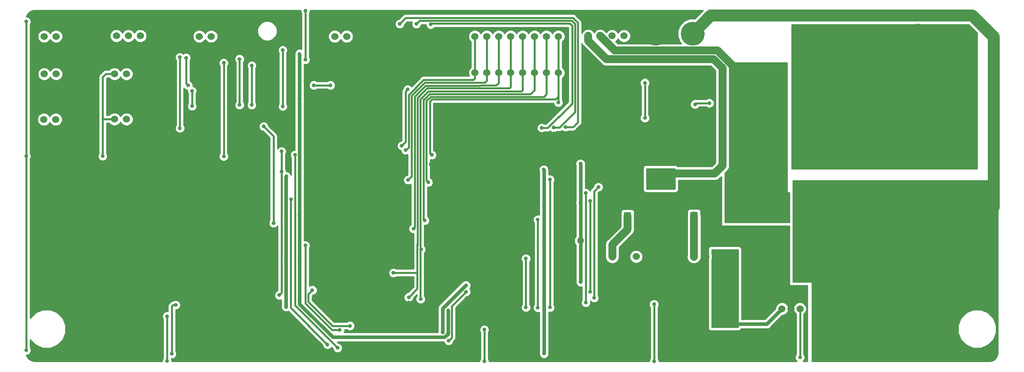
<source format=gbr>
G04 #@! TF.GenerationSoftware,KiCad,Pcbnew,(5.0.0)*
G04 #@! TF.CreationDate,2018-12-16T15:34:37-06:00*
G04 #@! TF.ProjectId,BMS_Hardware,424D535F48617264776172652E6B6963,rev?*
G04 #@! TF.SameCoordinates,Original*
G04 #@! TF.FileFunction,Copper,L2,Bot,Signal*
G04 #@! TF.FilePolarity,Positive*
%FSLAX46Y46*%
G04 Gerber Fmt 4.6, Leading zero omitted, Abs format (unit mm)*
G04 Created by KiCad (PCBNEW (5.0.0)) date 12/16/18 15:34:37*
%MOMM*%
%LPD*%
G01*
G04 APERTURE LIST*
G04 #@! TA.AperFunction,ComponentPad*
%ADD10C,1.501140*%
G04 #@! TD*
G04 #@! TA.AperFunction,ComponentPad*
%ADD11O,9.144000X5.588000*%
G04 #@! TD*
G04 #@! TA.AperFunction,ComponentPad*
%ADD12C,1.524000*%
G04 #@! TD*
G04 #@! TA.AperFunction,ComponentPad*
%ADD13C,18.288000*%
G04 #@! TD*
G04 #@! TA.AperFunction,ComponentPad*
%ADD14C,1.600000*%
G04 #@! TD*
G04 #@! TA.AperFunction,ComponentPad*
%ADD15R,1.600000X1.600000*%
G04 #@! TD*
G04 #@! TA.AperFunction,ComponentPad*
%ADD16C,5.080000*%
G04 #@! TD*
G04 #@! TA.AperFunction,ViaPad*
%ADD17C,0.800000*%
G04 #@! TD*
G04 #@! TA.AperFunction,ViaPad*
%ADD18C,1.054000*%
G04 #@! TD*
G04 #@! TA.AperFunction,ViaPad*
%ADD19C,1.440180*%
G04 #@! TD*
G04 #@! TA.AperFunction,ViaPad*
%ADD20C,0.799998*%
G04 #@! TD*
G04 #@! TA.AperFunction,Conductor*
%ADD21C,2.540000*%
G04 #@! TD*
G04 #@! TA.AperFunction,Conductor*
%ADD22C,0.381000*%
G04 #@! TD*
G04 #@! TA.AperFunction,Conductor*
%ADD23C,1.651000*%
G04 #@! TD*
G04 #@! TA.AperFunction,Conductor*
%ADD24C,0.762000*%
G04 #@! TD*
G04 #@! TA.AperFunction,Conductor*
%ADD25C,0.254000*%
G04 #@! TD*
G04 APERTURE END LIST*
D10*
G04 #@! TO.P,U1,1*
G04 #@! TO.N,+3V3*
X203829920Y-117381020D03*
G04 #@! TO.P,U1,3*
G04 #@! TO.N,PACK_I_SENSE*
X207650080Y-117381020D03*
G04 #@! TO.P,U1,2*
G04 #@! TO.N,GND*
X205740000Y-117381020D03*
D11*
G04 #@! TO.P,U1,4*
G04 #@! TO.N,/V_IN*
X210820000Y-95885000D03*
G04 #@! TO.P,U1,5*
G04 #@! TO.N,Net-(C10-Pad1)*
X200660000Y-95885000D03*
G04 #@! TD*
D12*
G04 #@! TO.P,Conn2,1*
G04 #@! TO.N,CELL_1*
X156210000Y-59309000D03*
G04 #@! TO.P,Conn2,2*
G04 #@! TO.N,CELL_2*
X153670000Y-59309000D03*
G04 #@! TO.P,Conn2,3*
G04 #@! TO.N,CELL_3*
X151130000Y-59309000D03*
G04 #@! TO.P,Conn2,4*
G04 #@! TO.N,CELL_4*
X148590000Y-59309000D03*
G04 #@! TO.P,Conn2,5*
G04 #@! TO.N,CELL_5*
X146050000Y-59309000D03*
G04 #@! TO.P,Conn2,6*
G04 #@! TO.N,CELL_6*
X143510000Y-59309000D03*
G04 #@! TO.P,Conn2,7*
G04 #@! TO.N,CELL_7*
X140970000Y-59309000D03*
G04 #@! TO.P,Conn2,8*
G04 #@! TO.N,CELL_8*
X138430000Y-59309000D03*
G04 #@! TO.P,Conn2,9*
G04 #@! TO.N,GND*
X135890000Y-59309000D03*
G04 #@! TD*
G04 #@! TO.P,Conn1,9*
G04 #@! TO.N,GND*
X135890000Y-67056000D03*
G04 #@! TO.P,Conn1,8*
G04 #@! TO.N,CELL_8*
X138430000Y-67056000D03*
G04 #@! TO.P,Conn1,7*
G04 #@! TO.N,CELL_7*
X140970000Y-67056000D03*
G04 #@! TO.P,Conn1,6*
G04 #@! TO.N,CELL_6*
X143510000Y-67056000D03*
G04 #@! TO.P,Conn1,5*
G04 #@! TO.N,CELL_5*
X146050000Y-67056000D03*
G04 #@! TO.P,Conn1,4*
G04 #@! TO.N,CELL_4*
X148590000Y-67056000D03*
G04 #@! TO.P,Conn1,3*
G04 #@! TO.N,CELL_3*
X151130000Y-67056000D03*
G04 #@! TO.P,Conn1,2*
G04 #@! TO.N,CELL_2*
X153670000Y-67056000D03*
G04 #@! TO.P,Conn1,1*
G04 #@! TO.N,CELL_1*
X156210000Y-67056000D03*
G04 #@! TD*
G04 #@! TO.P,U2,1*
G04 #@! TO.N,+5V*
X46736000Y-67310000D03*
G04 #@! TO.P,U2,2*
G04 #@! TO.N,Net-(Q1-Pad3)*
X49276000Y-67310000D03*
G04 #@! TD*
G04 #@! TO.P,U4,2*
G04 #@! TO.N,Net-(Q4-Pad3)*
X64262000Y-67310000D03*
G04 #@! TO.P,U4,1*
G04 #@! TO.N,+5V*
X61722000Y-67310000D03*
G04 #@! TD*
G04 #@! TO.P,U5,1*
G04 #@! TO.N,Net-(Q2-Pad3)*
X170180000Y-59182000D03*
G04 #@! TO.P,U5,2*
G04 #@! TO.N,+5V*
X167640000Y-59182000D03*
G04 #@! TO.P,U5,3*
G04 #@! TO.N,Net-(C10-Pad1)*
X165100000Y-59182000D03*
G04 #@! TO.P,U5,4*
G04 #@! TO.N,Net-(F1-Pad2)*
X162560000Y-59182000D03*
X162560000Y-59182000D03*
G04 #@! TD*
G04 #@! TO.P,U7,1*
G04 #@! TO.N,Net-(R13-Pad1)*
X49276000Y-59309000D03*
G04 #@! TO.P,U7,2*
G04 #@! TO.N,Net-(U10-Pad1)*
X46736000Y-59309000D03*
G04 #@! TD*
G04 #@! TO.P,U8,1*
G04 #@! TO.N,+5V*
X46685200Y-77012800D03*
G04 #@! TO.P,U8,2*
G04 #@! TO.N,Net-(Q5-Pad3)*
X49225200Y-77012800D03*
G04 #@! TD*
G04 #@! TO.P,U10,4*
G04 #@! TO.N,GND*
X59563000Y-59182000D03*
X59563000Y-59182000D03*
G04 #@! TO.P,U10,3*
G04 #@! TO.N,Net-(R18-Pad1)*
X62103000Y-59182000D03*
G04 #@! TO.P,U10,2*
G04 #@! TO.N,PACK_GATE*
X64643000Y-59182000D03*
G04 #@! TO.P,U10,1*
G04 #@! TO.N,Net-(U10-Pad1)*
X67183000Y-59182000D03*
G04 #@! TD*
G04 #@! TO.P,U11,3*
G04 #@! TO.N,GND*
X106045000Y-59309000D03*
G04 #@! TO.P,U11,2*
G04 #@! TO.N,TEMP_D_OUT*
X108585000Y-59309000D03*
G04 #@! TO.P,U11,1*
G04 #@! TO.N,+3V3*
X111125000Y-59309000D03*
G04 #@! TD*
G04 #@! TO.P,U12,2*
G04 #@! TO.N,Net-(Q8-Pad3)*
X64262000Y-76962000D03*
G04 #@! TO.P,U12,1*
G04 #@! TO.N,+5V*
X61722000Y-76962000D03*
G04 #@! TD*
G04 #@! TO.P,U17,1*
G04 #@! TO.N,SER_TX_IND*
X82296000Y-59309000D03*
G04 #@! TO.P,U17,2*
G04 #@! TO.N,+3V3*
X79756000Y-59309000D03*
G04 #@! TO.P,U17,3*
G04 #@! TO.N,GND*
X77216000Y-59309000D03*
G04 #@! TD*
G04 #@! TO.P,U18,1*
G04 #@! TO.N,LOGIC_PWR*
X167690800Y-106273600D03*
G04 #@! TO.P,U18,2*
G04 #@! TO.N,GND*
X170230800Y-106273600D03*
G04 #@! TO.P,U18,3*
G04 #@! TO.N,+5V*
X172770800Y-106273600D03*
G04 #@! TD*
D13*
G04 #@! TO.P,V1,1*
G04 #@! TO.N,GND*
X59944000Y-100711000D03*
G04 #@! TD*
G04 #@! TO.P,V2,1*
G04 #@! TO.N,/V_IN*
X232664000Y-100711000D03*
G04 #@! TD*
G04 #@! TO.P,V3,1*
G04 #@! TO.N,V_OUT*
X232664000Y-65786000D03*
G04 #@! TD*
D14*
G04 #@! TO.P,C26,2*
G04 #@! TO.N,GND*
X168442000Y-97599500D03*
D15*
G04 #@! TO.P,C26,1*
G04 #@! TO.N,LOGIC_PWR*
X170942000Y-97599500D03*
G04 #@! TD*
G04 #@! TO.P,C17,1*
G04 #@! TO.N,LOGIC_PWR*
X185102500Y-97536000D03*
D14*
G04 #@! TO.P,C17,2*
G04 #@! TO.N,GND*
X187602500Y-97536000D03*
G04 #@! TD*
D12*
G04 #@! TO.P,U16,1*
G04 #@! TO.N,LOGIC_PWR*
X185039000Y-106299000D03*
G04 #@! TO.P,U16,2*
G04 #@! TO.N,GND*
X187579000Y-106299000D03*
G04 #@! TO.P,U16,3*
G04 #@! TO.N,+3V3*
X190119000Y-106299000D03*
G04 #@! TD*
D16*
G04 #@! TO.P,Conn3,1*
G04 #@! TO.N,GND*
X176911000Y-58737500D03*
G04 #@! TO.P,Conn3,2*
G04 #@! TO.N,/V_IN*
X184785000Y-58737500D03*
G04 #@! TD*
D17*
G04 #@! TO.N,GND*
X149669500Y-88138000D03*
X149860000Y-96520000D03*
X134493000Y-83439000D03*
X134366000Y-91440000D03*
X134239000Y-99695000D03*
X134399800Y-108043200D03*
X149034500Y-104838500D03*
X142113000Y-99949000D03*
X123698000Y-88773000D03*
X118872000Y-91440000D03*
X118872000Y-100838000D03*
X124333000Y-116078000D03*
X118745000Y-120015000D03*
X118618000Y-111252000D03*
X118872000Y-102616000D03*
X110998000Y-110744000D03*
X104330500Y-105727500D03*
X81534000Y-111506000D03*
X89789000Y-86550500D03*
X92343100Y-103935400D03*
X102362000Y-68834000D03*
X104330500Y-115048000D03*
X109474000Y-120015000D03*
X123190000Y-108712000D03*
X128905000Y-93853000D03*
X123190000Y-98806000D03*
X109728000Y-100838000D03*
X110744000Y-91186000D03*
X103632000Y-86233000D03*
X78105000Y-117348000D03*
X140462000Y-117348000D03*
X129032000Y-86614000D03*
X106807000Y-62992000D03*
X92265500Y-101981000D03*
X104203500Y-95758000D03*
X137668000Y-75438000D03*
X145415000Y-84709000D03*
X162242500Y-90170000D03*
X87122000Y-117348000D03*
X130365500Y-101346000D03*
X54419500Y-81089500D03*
X164655500Y-73723500D03*
X169672000Y-78486000D03*
X200088500Y-118110000D03*
X171196000Y-73025000D03*
X188595000Y-72263000D03*
X162560000Y-66167000D03*
X157480000Y-91440000D03*
X157480000Y-99060000D03*
X157480000Y-109220000D03*
X129540000Y-114300000D03*
X149860000Y-121920000D03*
X78740000Y-114300000D03*
X60960000Y-121920000D03*
X48260000Y-111760000D03*
X48260000Y-91440000D03*
X78740000Y-88900000D03*
X86360000Y-78740000D03*
X78740000Y-68580000D03*
X71120000Y-58420000D03*
X86360000Y-58420000D03*
X109220000Y-78740000D03*
X119380000Y-78740000D03*
X132080000Y-78740000D03*
X144780000Y-78740000D03*
X177800000Y-81915000D03*
X165100000Y-68580000D03*
X168910000Y-68580000D03*
X172720000Y-68580000D03*
X176530000Y-68580000D03*
X180340000Y-68580000D03*
X186690000Y-68580000D03*
X177165000Y-73025000D03*
X187960000Y-74930000D03*
X185293000Y-81153000D03*
X181610000Y-81915000D03*
X173355000Y-81915000D03*
X184150000Y-85090000D03*
X179705000Y-85090000D03*
X175260000Y-85090000D03*
X169545000Y-85090000D03*
X158750000Y-85090000D03*
X153670000Y-85090000D03*
X149860000Y-85090000D03*
X181610000Y-101600000D03*
X175260000Y-101600000D03*
X186690000Y-91440000D03*
X189230000Y-124460000D03*
X198120000Y-124460000D03*
X180340000Y-124460000D03*
X180340000Y-118110000D03*
X170180000Y-124460000D03*
X158750000Y-121920000D03*
X128270000Y-118110000D03*
X132080000Y-110490000D03*
X80010000Y-121920000D03*
X68580000Y-121920000D03*
X54610000Y-121920000D03*
X68580000Y-114300000D03*
X73660000Y-88900000D03*
X67310000Y-88900000D03*
X62230000Y-88900000D03*
X55880000Y-88900000D03*
X48260000Y-100330000D03*
X48260000Y-106680000D03*
X48260000Y-95250000D03*
X78740000Y-93980000D03*
X73660000Y-96520000D03*
X53340000Y-71120000D03*
X92710000Y-68580000D03*
X115570000Y-62230000D03*
X110490000Y-68580000D03*
X115570000Y-68580000D03*
X194310000Y-102870000D03*
X205740000Y-123190000D03*
X201930000Y-104140000D03*
X114300000Y-78740000D03*
X104140000Y-78740000D03*
X91440000Y-110490000D03*
X91440000Y-97790000D03*
X140970000Y-110490000D03*
G04 #@! TO.N,CELL_1*
X129286000Y-84582000D03*
X156210000Y-73406000D03*
G04 #@! TO.N,CELL_2*
X128524000Y-90424000D03*
G04 #@! TO.N,CELL_3*
X127762000Y-98552000D03*
G04 #@! TO.N,CELL_4*
X126873000Y-115316000D03*
X127000000Y-104711500D03*
G04 #@! TO.N,CELL_5*
X121094500Y-109728000D03*
X124333000Y-114935000D03*
G04 #@! TO.N,CELL_6*
X125349000Y-100330000D03*
G04 #@! TO.N,CELL_7*
X124206000Y-89916000D03*
G04 #@! TO.N,CELL_8*
X123698000Y-83566000D03*
G04 #@! TO.N,LOGIC_SWITCH*
X90932000Y-65532000D03*
X90932000Y-73914000D03*
G04 #@! TO.N,Net-(Q2-Pad3)*
X102362000Y-53819500D03*
X102362000Y-64262000D03*
G04 #@! TO.N,BUZZER*
X95567500Y-99123500D03*
X93472000Y-78486000D03*
G04 #@! TO.N,Net-(C10-Pad1)*
X194310000Y-97790000D03*
X194310000Y-93980000D03*
X194310000Y-90170000D03*
X198120000Y-90170000D03*
X201930000Y-90170000D03*
X193040000Y-85090000D03*
X193040000Y-80010000D03*
X193040000Y-72390000D03*
X193040000Y-68580000D03*
G04 #@! TO.N,V_OUT*
X242570000Y-85090000D03*
X238760000Y-85090000D03*
X234950000Y-85090000D03*
X231140000Y-85090000D03*
X227330000Y-85090000D03*
X223520000Y-85090000D03*
X219710000Y-85090000D03*
X215900000Y-85090000D03*
X215900000Y-82550000D03*
X215900000Y-78740000D03*
X215900000Y-74930000D03*
X215900000Y-71120000D03*
X215900000Y-67310000D03*
X243840000Y-60960000D03*
X243840000Y-64770000D03*
X243840000Y-68580000D03*
X243840000Y-72390000D03*
X243840000Y-76200000D03*
X243840000Y-80010000D03*
X243840000Y-83820000D03*
X208280000Y-63500000D03*
X124142500Y-70612000D03*
X96774000Y-114490500D03*
X97282000Y-83820000D03*
X97282000Y-88138000D03*
X215900000Y-63500000D03*
X215900000Y-59690000D03*
X219710000Y-59690000D03*
X223520000Y-59690000D03*
X122872500Y-82613500D03*
D18*
G04 #@! TO.N,Net-(F1-Pad2)*
X178054000Y-88519000D03*
X176276000Y-88519000D03*
X180086000Y-88519000D03*
D17*
G04 #@! TO.N,Net-(R13-Pad1)*
X76962000Y-63881000D03*
X77343000Y-69723000D03*
X104140000Y-69723000D03*
X107696000Y-69723000D03*
X174625000Y-69215000D03*
X174625000Y-76708000D03*
G04 #@! TO.N,PACK_GATE*
X88328500Y-73914000D03*
X88328500Y-64135000D03*
G04 #@! TO.N,SER_TX_IND*
X162052000Y-116078000D03*
X162052000Y-92710000D03*
X97536000Y-62230000D03*
X97536000Y-74231500D03*
G04 #@! TO.N,LOGIC_PWR*
X98298000Y-89154000D03*
X131572000Y-122428000D03*
X160972500Y-111696500D03*
D19*
X160909000Y-102870000D03*
D17*
X98234500Y-116967000D03*
X98234500Y-107467400D03*
X98234500Y-98453500D03*
X160909000Y-94742000D03*
X160909000Y-86461600D03*
X136525000Y-112395000D03*
X167690800Y-106273600D03*
G04 #@! TO.N,+5V*
X176580800Y-116433600D03*
X72898000Y-118999000D03*
X176593500Y-128552500D03*
X140462000Y-128587500D03*
X72898000Y-128524000D03*
X42926000Y-126238000D03*
X59182000Y-84836000D03*
X42926000Y-84836000D03*
X42926000Y-56134000D03*
X140462000Y-121856500D03*
G04 #@! TO.N,Net-(C10-Pad1)*
X188341000Y-73533000D03*
X185293000Y-73787000D03*
G04 #@! TO.N,+3V3*
X153098500Y-87693500D03*
X101092000Y-88265000D03*
X101092000Y-72453500D03*
X153162000Y-95618300D03*
X101092000Y-106680000D03*
X101092000Y-97536000D03*
X153162000Y-103886000D03*
X153162000Y-115062000D03*
X101092000Y-115697000D03*
X132715000Y-117729000D03*
X153162000Y-126936500D03*
X192024000Y-120650000D03*
X101092000Y-63020501D03*
G04 #@! TO.N,PACK_V_IND*
X152654000Y-78816200D03*
X129032000Y-56743510D03*
G04 #@! TO.N,SW_IND*
X155194000Y-78740000D03*
X125984000Y-56642000D03*
G04 #@! TO.N,SW_ERR*
X157734000Y-78638400D03*
X122428000Y-56642000D03*
G04 #@! TO.N,FAN_PWR*
X75628500Y-78867000D03*
X75628500Y-63754000D03*
G04 #@! TO.N,Net-(R18-Pad1)*
X84963000Y-84899500D03*
X84963000Y-64960500D03*
G04 #@! TO.N,CELL_1-GND_SENSE*
X163830000Y-115062000D03*
X164719000Y-91440000D03*
G04 #@! TO.N,V_LOG_SENSE*
X162941000Y-94361000D03*
X162941000Y-113792000D03*
X136525000Y-113792000D03*
X132842000Y-124206000D03*
G04 #@! TO.N,CELL_2-1_SENSE*
X154432000Y-117094000D03*
X154432000Y-89852500D03*
G04 #@! TO.N,CELL_3-2_SENSE*
X151841200Y-117144800D03*
X151828500Y-98361500D03*
G04 #@! TO.N,CELL_4-3_SENSE*
X149301200Y-117094000D03*
X149301200Y-106680000D03*
G04 #@! TO.N,CELL_5-4_SENSE*
X103822500Y-113411000D03*
X111823500Y-121031000D03*
G04 #@! TO.N,CELL_6-5_SENSE*
X102362000Y-103886000D03*
X109664500Y-121920000D03*
D20*
G04 #@! TO.N,CELL_7-6_SENSE*
X99314000Y-94043500D03*
D17*
X107035600Y-125018800D03*
G04 #@! TO.N,CELL_8-7_SENSE*
X100139500Y-84553499D03*
X109220000Y-125730000D03*
G04 #@! TO.N,TEMP_D_OUT*
X78232000Y-70929500D03*
X78232000Y-74168000D03*
G04 #@! TO.N,PACK_I_SENSE*
X74739500Y-116560600D03*
X207645000Y-127762000D03*
X73914000Y-127000000D03*
G04 #@! TO.N,/V_IN*
X217170000Y-92710000D03*
X220980000Y-92710000D03*
X224790000Y-92710000D03*
X217170000Y-96520000D03*
X217170000Y-100330000D03*
X217170000Y-104140000D03*
X217170000Y-107950000D03*
X217170000Y-111760000D03*
X213360000Y-111760000D03*
X213360000Y-115570000D03*
X213360000Y-119380000D03*
X213360000Y-123190000D03*
X213360000Y-127000000D03*
X217170000Y-127000000D03*
X220980000Y-127000000D03*
X224790000Y-127000000D03*
X228600000Y-127000000D03*
X232410000Y-127000000D03*
X236220000Y-127000000D03*
X240030000Y-127000000D03*
X243840000Y-127000000D03*
X247650000Y-127000000D03*
X247650000Y-116840000D03*
X247650000Y-113030000D03*
X247650000Y-109220000D03*
X247650000Y-105410000D03*
X247650000Y-101600000D03*
X247650000Y-97790000D03*
X245110000Y-95250000D03*
X242570000Y-92710000D03*
G04 #@! TD*
D21*
G04 #@! TO.N,/V_IN*
X248920000Y-95758000D02*
X248920000Y-60198000D01*
X248920000Y-60198000D02*
X248920000Y-59690000D01*
X188658500Y-54864000D02*
X184785000Y-58737500D01*
X248920000Y-59436000D02*
X244348000Y-54864000D01*
X244348000Y-54864000D02*
X188658500Y-54864000D01*
D22*
G04 #@! TO.N,CELL_1*
X156210000Y-67056000D02*
X156210000Y-68133630D01*
X156210000Y-67056000D02*
X156210000Y-59309000D01*
X138303000Y-72752001D02*
X139700000Y-72752001D01*
X137873671Y-72752001D02*
X138303000Y-72752001D01*
X138303000Y-72752001D02*
X132080000Y-72752001D01*
X132080000Y-72752001D02*
X131717999Y-72752001D01*
X130937000Y-72752001D02*
X132080000Y-72752001D01*
X129304999Y-72752001D02*
X129921000Y-72752001D01*
X129921000Y-72752001D02*
X130937000Y-72752001D01*
X129685999Y-72752001D02*
X129921000Y-72752001D01*
X129286000Y-84582000D02*
X129032000Y-84582000D01*
X128822509Y-73234491D02*
X129304999Y-72752001D01*
X128822509Y-84118509D02*
X129286000Y-84582000D01*
X128822509Y-73234491D02*
X128822509Y-84118509D01*
X156210000Y-72752001D02*
X156210000Y-73450510D01*
X155593999Y-72752001D02*
X156210000Y-72136000D01*
X153543000Y-72752001D02*
X155593999Y-72752001D01*
X156210000Y-72136000D02*
X156210000Y-72752001D01*
X156210000Y-68133630D02*
X156210000Y-72136000D01*
X139700000Y-72752001D02*
X153543000Y-72752001D01*
G04 #@! TO.N,CELL_2*
X153670000Y-65978370D02*
X153670000Y-59309000D01*
X153670000Y-67056000D02*
X153670000Y-65978370D01*
X153670000Y-71628000D02*
X153670000Y-67056000D01*
X153127009Y-72170991D02*
X153670000Y-71628000D01*
X131283009Y-72170991D02*
X131699000Y-72170991D01*
X131699000Y-72170991D02*
X153127009Y-72170991D01*
X128241499Y-90141499D02*
X128524000Y-90424000D01*
X128997009Y-72170991D02*
X131699000Y-72170991D01*
X128089010Y-73078990D02*
X128997009Y-72170991D01*
X128089010Y-89989010D02*
X128089010Y-73078990D01*
X128524000Y-90424000D02*
X128089010Y-89989010D01*
G04 #@! TO.N,CELL_3*
X127508000Y-81788000D02*
X127508000Y-81534000D01*
X127762000Y-98552000D02*
X127635000Y-98552000D01*
X127508000Y-98425000D02*
X127508000Y-97732315D01*
X127635000Y-98552000D02*
X127508000Y-98425000D01*
X151130000Y-65978370D02*
X151130000Y-59309000D01*
X151130000Y-67056000D02*
X151130000Y-65978370D01*
X127508000Y-81470500D02*
X127508000Y-82613500D01*
X127508000Y-97732315D02*
X127508000Y-82613500D01*
X127508000Y-82613500D02*
X127508000Y-81788000D01*
X151130000Y-70739000D02*
X151130000Y-67056000D01*
X150279019Y-71589981D02*
X151130000Y-70739000D01*
X137388519Y-71589981D02*
X138938000Y-71589981D01*
X138938000Y-71589981D02*
X150279019Y-71589981D01*
X127508000Y-75311000D02*
X127508000Y-75116672D01*
X138938000Y-71589981D02*
X128756347Y-71589981D01*
X127508000Y-72838328D02*
X127508000Y-73152000D01*
X127508000Y-72838328D02*
X127889000Y-72457328D01*
X127508000Y-73787000D02*
X127508000Y-72838328D01*
X127889000Y-72457328D02*
X128756347Y-71589981D01*
X127660489Y-72685839D02*
X127889000Y-72457328D01*
X127508000Y-73152000D02*
X127508000Y-73787000D01*
X127508000Y-75057000D02*
X127508000Y-82613500D01*
X127508000Y-75057000D02*
X127508000Y-75311000D01*
X127508000Y-73787000D02*
X127508000Y-75057000D01*
G04 #@! TO.N,CELL_4*
X126854001Y-81788000D02*
X126854001Y-81515001D01*
X138430000Y-71008971D02*
X138124643Y-71008971D01*
X126854001Y-105047999D02*
X126854001Y-105410000D01*
X126854001Y-104248001D02*
X126854001Y-103124000D01*
X126854001Y-103124000D02*
X126854001Y-104648000D01*
X126854001Y-104648000D02*
X126854001Y-105410000D01*
X126854001Y-113792000D02*
X126854001Y-115334999D01*
X126854001Y-105410000D02*
X126854001Y-113792000D01*
X148590000Y-65978370D02*
X148590000Y-59309000D01*
X148590000Y-67056000D02*
X148590000Y-65978370D01*
X138874500Y-71008971D02*
X138430000Y-71008971D01*
X148590000Y-70739000D02*
X148590000Y-67056000D01*
X138874500Y-71008971D02*
X148320029Y-71008971D01*
X148320029Y-71008971D02*
X148590000Y-70739000D01*
X133350000Y-71008971D02*
X138874500Y-71008971D01*
X128515685Y-71008971D02*
X131191000Y-71008971D01*
X130794029Y-71008971D02*
X131191000Y-71008971D01*
X131191000Y-71008971D02*
X133350000Y-71008971D01*
X126854001Y-72670655D02*
X128515685Y-71008971D01*
X126854001Y-72670655D02*
X126854001Y-82677000D01*
X126854001Y-103124000D02*
X126854001Y-82677000D01*
X126854001Y-82677000D02*
X126854001Y-81788000D01*
G04 #@! TO.N,CELL_5*
X146050000Y-67056000D02*
X146050000Y-59309000D01*
X126619000Y-72009000D02*
X126238000Y-72390000D01*
X126238000Y-72390000D02*
X126746000Y-71882000D01*
X126746000Y-71882000D02*
X126619000Y-72009000D01*
X126238000Y-103568500D02*
X126174500Y-103632000D01*
X126238000Y-103568500D02*
X126238000Y-103759000D01*
X126238000Y-72390000D02*
X126238000Y-103568500D01*
X126174500Y-103632000D02*
X126174500Y-105918000D01*
X126174500Y-105543498D02*
X126174500Y-105918000D01*
X146050000Y-70104000D02*
X146050000Y-67056000D01*
X145776980Y-70377020D02*
X146050000Y-70104000D01*
X128250980Y-70377020D02*
X145776980Y-70377020D01*
X126746000Y-71882000D02*
X128250980Y-70377020D01*
X126174500Y-113093500D02*
X124333000Y-114935000D01*
X126174500Y-108458000D02*
X126174500Y-109029500D01*
X126174500Y-105918000D02*
X126174500Y-108458000D01*
X121723685Y-109728000D02*
X126174500Y-109728000D01*
X121158000Y-109728000D02*
X121723685Y-109728000D01*
X126174500Y-108458000D02*
X126174500Y-109728000D01*
X126174500Y-109728000D02*
X126174500Y-113093500D01*
G04 #@! TO.N,CELL_6*
X143510000Y-59309000D02*
X143510000Y-67056000D01*
X143510000Y-67056000D02*
X143510000Y-69215000D01*
X143510000Y-69215000D02*
X142948010Y-69776990D01*
X142948010Y-69776990D02*
X136195093Y-69796010D01*
X127942990Y-69796010D02*
X128778000Y-69796010D01*
X126746000Y-70993000D02*
X127942990Y-69796010D01*
X128778000Y-69796010D02*
X128010318Y-69796010D01*
X136195093Y-69796010D02*
X128778000Y-69796010D01*
X127000000Y-70739000D02*
X126746000Y-70993000D01*
X126746000Y-70993000D02*
X126492000Y-71247000D01*
X125603000Y-100076000D02*
X125349000Y-100330000D01*
X126492000Y-71247000D02*
X125603000Y-72136000D01*
X125603000Y-72136000D02*
X125603000Y-100076000D01*
G04 #@! TO.N,CELL_7*
X140970000Y-67056000D02*
X140970000Y-59309000D01*
X140970000Y-68707000D02*
X140970000Y-67056000D01*
X124968000Y-89154000D02*
X124206000Y-89916000D01*
X124968000Y-71949328D02*
X124968000Y-89154000D01*
X127756318Y-69161010D02*
X127508000Y-69409328D01*
X140515990Y-69161010D02*
X127756318Y-69161010D01*
X140716000Y-68961000D02*
X140515990Y-69161010D01*
X127702328Y-69215000D02*
X127508000Y-69409328D01*
X127508000Y-69409328D02*
X124968000Y-71949328D01*
X140716000Y-68961000D02*
X140970000Y-68707000D01*
G04 #@! TO.N,CELL_8*
X138430000Y-60386630D02*
X138430000Y-67056000D01*
X138430000Y-59309000D02*
X138430000Y-60386630D01*
X138430000Y-67056000D02*
X138430000Y-68199000D01*
X138430000Y-68199000D02*
X138049000Y-68580000D01*
X138049000Y-68580000D02*
X127515656Y-68580000D01*
X127469322Y-68633990D02*
X127454010Y-68633990D01*
X127515656Y-68580000D02*
X127515656Y-68587656D01*
X127515656Y-68587656D02*
X127469322Y-68633990D01*
X127454010Y-68633990D02*
X124333000Y-71755000D01*
X124333000Y-82931000D02*
X123698000Y-83566000D01*
X124333000Y-71755000D02*
X124333000Y-82931000D01*
G04 #@! TO.N,LOGIC_SWITCH*
X90932000Y-66484500D02*
X90932000Y-65532000D01*
X90932000Y-66484500D02*
X90932000Y-66167000D01*
X90932000Y-73914000D02*
X90932000Y-66484500D01*
G04 #@! TO.N,Net-(Q2-Pad3)*
X102362000Y-62484000D02*
X102362000Y-54073500D01*
X102362000Y-62484000D02*
X102362000Y-64262000D01*
G04 #@! TO.N,BUZZER*
X94742000Y-79756000D02*
X93472000Y-78486000D01*
X95567500Y-80581500D02*
X95567500Y-80962500D01*
X93472000Y-78486000D02*
X95567500Y-80581500D01*
X95567500Y-95885000D02*
X95567500Y-99123500D01*
X95567500Y-95885000D02*
X95567500Y-80962500D01*
D23*
G04 #@! TO.N,Net-(C10-Pad1)*
X168221001Y-62303001D02*
X190065001Y-62303001D01*
X165100000Y-59182000D02*
X168221001Y-62303001D01*
X190065001Y-62303001D02*
X193675000Y-65913000D01*
D22*
G04 #@! TO.N,V_OUT*
X97218500Y-114046000D02*
X96774000Y-114490500D01*
X97282000Y-83820000D02*
X97282000Y-113982500D01*
X97282000Y-113982500D02*
X97218500Y-114046000D01*
X124142500Y-70612000D02*
X123698000Y-71056500D01*
X123698000Y-81788000D02*
X122872500Y-82613500D01*
X123698000Y-80454500D02*
X123698000Y-81788000D01*
X123698000Y-80454500D02*
X123698000Y-81407000D01*
X123698000Y-71056500D02*
X123698000Y-80454500D01*
D23*
G04 #@! TO.N,Net-(F1-Pad2)*
X162560000Y-60259630D02*
X166454381Y-64154011D01*
X162560000Y-59182000D02*
X162560000Y-60259630D01*
X166454381Y-64154011D02*
X189249011Y-64154011D01*
X189249011Y-64154011D02*
X191135000Y-66040000D01*
X189484000Y-88519000D02*
X191135000Y-86868000D01*
X184658000Y-88519000D02*
X189484000Y-88519000D01*
X191135000Y-66040000D02*
X191135000Y-86868000D01*
X184658000Y-88519000D02*
X180086000Y-88519000D01*
X189230000Y-88519000D02*
X184658000Y-88519000D01*
D22*
G04 #@! TO.N,Net-(R13-Pad1)*
X76962000Y-63881000D02*
X76962000Y-69342000D01*
X76962000Y-69342000D02*
X77343000Y-69723000D01*
X104140000Y-69723000D02*
X107696000Y-69723000D01*
X174625000Y-69215000D02*
X174625000Y-76708000D01*
G04 #@! TO.N,PACK_GATE*
X88328500Y-73914000D02*
X88328500Y-64135000D01*
G04 #@! TO.N,SER_TX_IND*
X162052000Y-114554000D02*
X162052000Y-116078000D01*
X162052000Y-92710000D02*
X162052000Y-114554000D01*
X97536000Y-62795685D02*
X97536000Y-64389000D01*
X97536000Y-62230000D02*
X97536000Y-62795685D01*
X97536000Y-64008000D02*
X97536000Y-64389000D01*
X97536000Y-64389000D02*
X97536000Y-71599500D01*
X97536000Y-71599500D02*
X97536000Y-74231500D01*
D23*
G04 #@! TO.N,LOGIC_PWR*
X167690800Y-106273600D02*
X167690800Y-103708200D01*
X170942000Y-100457000D02*
X170942000Y-97599500D01*
X167690800Y-103708200D02*
X170942000Y-100457000D01*
X185102500Y-106235500D02*
X185039000Y-106299000D01*
X185102500Y-97536000D02*
X185102500Y-106235500D01*
D24*
X160909000Y-102870000D02*
X160909000Y-94869000D01*
X160972500Y-102933500D02*
X160909000Y-102870000D01*
X160972500Y-111696500D02*
X160972500Y-102933500D01*
X98234500Y-98453500D02*
X98234500Y-107403900D01*
X98234500Y-89217500D02*
X98298000Y-89154000D01*
X98234500Y-98453500D02*
X98234500Y-89217500D01*
X98234500Y-107467400D02*
X98234500Y-116268500D01*
X98234500Y-116268500D02*
X98234500Y-116967000D01*
X131572000Y-121862315D02*
X131572000Y-122428000D01*
X131572000Y-117290315D02*
X131572000Y-121862315D01*
X136467315Y-112395000D02*
X131572000Y-117290315D01*
X160909000Y-94742000D02*
X160909000Y-87185500D01*
X160909000Y-87185500D02*
X160909000Y-86512400D01*
D22*
G04 #@! TO.N,+5V*
X46609000Y-77089000D02*
X46685200Y-77012800D01*
X59182000Y-80899000D02*
X59182000Y-78613000D01*
X59182000Y-76835000D02*
X59182000Y-76454000D01*
X59182000Y-78613000D02*
X59182000Y-77724000D01*
X72898000Y-128397000D02*
X72898000Y-127762000D01*
X72898000Y-127254000D02*
X72898000Y-128397000D01*
X72898000Y-127254000D02*
X72898000Y-118872000D01*
X72898000Y-127635000D02*
X72898000Y-127254000D01*
X42926000Y-126238000D02*
X42926000Y-93218000D01*
X59182000Y-83312000D02*
X59182000Y-84836000D01*
X59182000Y-83312000D02*
X59182000Y-83566000D01*
X59182000Y-80899000D02*
X59182000Y-83312000D01*
X61722000Y-76962000D02*
X59182000Y-76962000D01*
X59182000Y-77724000D02*
X59182000Y-76962000D01*
X59182000Y-76962000D02*
X59182000Y-76454000D01*
X176593500Y-116446300D02*
X176580800Y-116433600D01*
X176593500Y-128552500D02*
X176593500Y-116446300D01*
X42926000Y-93218000D02*
X42926000Y-56134000D01*
X59817000Y-67310000D02*
X61722000Y-67310000D01*
X59182000Y-76454000D02*
X59182000Y-67945000D01*
X59182000Y-67945000D02*
X59817000Y-67310000D01*
X140462000Y-128587500D02*
X140462000Y-121856500D01*
G04 #@! TO.N,Net-(C10-Pad1)*
X188341000Y-73533000D02*
X185547000Y-73533000D01*
X185547000Y-73533000D02*
X185293000Y-73787000D01*
G04 #@! TO.N,+3V3*
X111252000Y-59537600D02*
X111125000Y-59410600D01*
X132696001Y-122473941D02*
X131725942Y-123444000D01*
D24*
X200560940Y-120650000D02*
X203829920Y-117381020D01*
X192024000Y-120650000D02*
X200560940Y-120650000D01*
X153162000Y-126370815D02*
X153162000Y-115316000D01*
X153162000Y-126936500D02*
X153162000Y-126370815D01*
X153162000Y-115316000D02*
X153162000Y-103886000D01*
X153162000Y-103320315D02*
X153162000Y-95618300D01*
X153162000Y-103886000D02*
X153162000Y-103320315D01*
X153162000Y-87757000D02*
X153098500Y-87693500D01*
X153162000Y-95618300D02*
X153162000Y-87757000D01*
X132007882Y-123444000D02*
X129032000Y-123444000D01*
X132715000Y-122736882D02*
X132007882Y-123444000D01*
X132715000Y-117729000D02*
X132715000Y-122736882D01*
D22*
X129857500Y-123444000D02*
X129032000Y-123444000D01*
X131725942Y-123444000D02*
X129857500Y-123444000D01*
D24*
X101092000Y-116373596D02*
X101092000Y-115697000D01*
X129857500Y-123444000D02*
X108162404Y-123444000D01*
X108162404Y-123444000D02*
X101092000Y-116373596D01*
X101092000Y-115697000D02*
X101092000Y-106680000D01*
X101092000Y-106114315D02*
X101092000Y-97536000D01*
X101092000Y-106680000D02*
X101092000Y-106114315D01*
X101092000Y-96970315D02*
X101092000Y-88265000D01*
X101092000Y-97536000D02*
X101092000Y-96970315D01*
X101092000Y-73019185D02*
X101092000Y-72453500D01*
X101120501Y-73047686D02*
X101092000Y-73019185D01*
X101120501Y-85024380D02*
X101120501Y-73047686D01*
X101092000Y-85052881D02*
X101120501Y-85024380D01*
X101092000Y-88265000D02*
X101092000Y-85052881D01*
X101092000Y-71887815D02*
X101092000Y-63020501D01*
X101092000Y-72453500D02*
X101092000Y-71887815D01*
D22*
G04 #@! TO.N,PACK_V_IND*
X159184990Y-57076990D02*
X158642020Y-56534020D01*
X159184990Y-57838990D02*
X159184990Y-57076990D01*
X158642020Y-56534020D02*
X156718000Y-56534020D01*
X156718000Y-56534020D02*
X134219980Y-56534020D01*
X134219980Y-56534020D02*
X129286000Y-56534020D01*
X129286000Y-56534020D02*
X129241490Y-56534020D01*
X129241490Y-56534020D02*
X129032000Y-56743510D01*
X159184990Y-71472410D02*
X159184990Y-71247000D01*
X159184990Y-73579068D02*
X158623000Y-74141058D01*
X159184990Y-70612000D02*
X159184990Y-73579068D01*
X158623000Y-74141058D02*
X159131000Y-73633058D01*
X159184990Y-70612000D02*
X159184990Y-57838990D01*
X159184990Y-71247000D02*
X159184990Y-70612000D01*
X153947858Y-78816200D02*
X152654000Y-78816200D01*
X158623000Y-74141058D02*
X153947858Y-78816200D01*
G04 #@! TO.N,SW_IND*
X159766000Y-56642000D02*
X159077010Y-55953010D01*
X159077010Y-55953010D02*
X126799990Y-55953010D01*
X126799990Y-55953010D02*
X126672990Y-55953010D01*
X126672990Y-55953010D02*
X125984000Y-56642000D01*
X159766000Y-73355200D02*
X159766000Y-72898000D01*
X159766000Y-72898000D02*
X159766000Y-56642000D01*
X159766000Y-73787000D02*
X159766000Y-72898000D01*
X159766000Y-75438000D02*
X159766000Y-73787000D01*
X156464000Y-78740000D02*
X159766000Y-75438000D01*
X155194000Y-78740000D02*
X156464000Y-78740000D01*
G04 #@! TO.N,SW_ERR*
X160347010Y-56401338D02*
X159317672Y-55372000D01*
X123698000Y-55372000D02*
X122428000Y-56642000D01*
X125730000Y-55372000D02*
X123698000Y-55372000D01*
X125730000Y-55372000D02*
X125222000Y-55372000D01*
X159317672Y-55372000D02*
X125730000Y-55372000D01*
X160347010Y-74803000D02*
X160347010Y-56401338D01*
X160347010Y-75212590D02*
X160347010Y-74803000D01*
X160347010Y-74803000D02*
X160347010Y-75438000D01*
X160347010Y-75438000D02*
X160347010Y-76025390D01*
X160347010Y-77597000D02*
X160347010Y-75438000D01*
X159305610Y-78638400D02*
X160347010Y-77597000D01*
X157734000Y-78638400D02*
X159305610Y-78638400D01*
G04 #@! TO.N,FAN_PWR*
X75628500Y-78867000D02*
X75628500Y-63754000D01*
G04 #@! TO.N,Net-(R18-Pad1)*
X84963000Y-82804000D02*
X84963000Y-72453500D01*
X84963000Y-82931000D02*
X84963000Y-83756500D01*
X84963000Y-72453500D02*
X84963000Y-65024000D01*
X84963000Y-83756500D02*
X84963000Y-84899500D01*
G04 #@! TO.N,CELL_1-GND_SENSE*
X163830000Y-113792000D02*
X163830000Y-115062000D01*
X163830000Y-114173000D02*
X163830000Y-113792000D01*
X163830000Y-92329000D02*
X164719000Y-91440000D01*
X163830000Y-94742000D02*
X163830000Y-92329000D01*
X163830000Y-113792000D02*
X163830000Y-94742000D01*
G04 #@! TO.N,V_LOG_SENSE*
X162941000Y-96266000D02*
X162941000Y-94361000D01*
X162941000Y-113538000D02*
X162941000Y-96266000D01*
X133223000Y-123825000D02*
X132842000Y-124206000D01*
X133505501Y-123542499D02*
X133223000Y-123825000D01*
X133505501Y-116811499D02*
X133505501Y-123542499D01*
X136525000Y-113792000D02*
X133505501Y-116811499D01*
G04 #@! TO.N,CELL_2-1_SENSE*
X154432000Y-114808000D02*
X154432000Y-117094000D01*
X154432000Y-90525600D02*
X154432000Y-89852500D01*
X154432000Y-90525600D02*
X154432000Y-114808000D01*
X154432000Y-90220800D02*
X154432000Y-90525600D01*
G04 #@! TO.N,CELL_3-2_SENSE*
X151828500Y-99110800D02*
X151828500Y-98361500D01*
X151841200Y-99123500D02*
X151828500Y-99110800D01*
X151841200Y-99123500D02*
X151841200Y-98755200D01*
X151841200Y-117144800D02*
X151841200Y-99123500D01*
G04 #@! TO.N,CELL_4-3_SENSE*
X149301200Y-117094000D02*
X149301200Y-106680000D01*
G04 #@! TO.N,CELL_5-4_SENSE*
X102943010Y-114290490D02*
X103822500Y-113411000D01*
X102943010Y-115887500D02*
X102943010Y-114290490D01*
X108086510Y-121031000D02*
X107823000Y-120767490D01*
X111823500Y-121031000D02*
X108086510Y-121031000D01*
X102943010Y-115887500D02*
X107823000Y-120767490D01*
G04 #@! TO.N,CELL_6-5_SENSE*
X102362000Y-115570000D02*
X102362000Y-116268500D01*
X102362000Y-115570000D02*
X102362000Y-103886000D01*
X102362000Y-116268500D02*
X108013500Y-121920000D01*
X108013500Y-121920000D02*
X109664500Y-121920000D01*
G04 #@! TO.N,CELL_7-6_SENSE*
X99187000Y-94869000D02*
X99187000Y-94107000D01*
X99187000Y-95504000D02*
X99187000Y-94869000D01*
X99187000Y-117170200D02*
X99187000Y-116840000D01*
X107035600Y-125018800D02*
X99187000Y-117170200D01*
X99187000Y-117094000D02*
X99187000Y-116840000D01*
X99187000Y-116840000D02*
X99187000Y-95504000D01*
G04 #@! TO.N,CELL_8-7_SENSE*
X100139500Y-92964000D02*
X100139500Y-84553499D01*
X100139500Y-116448674D02*
X100139500Y-115824000D01*
X100139500Y-115316000D02*
X100139500Y-116448674D01*
X100139500Y-115824000D02*
X100139500Y-115316000D01*
X100139500Y-113792000D02*
X100139500Y-116512174D01*
X100139500Y-113792000D02*
X100139500Y-92964000D01*
X100139500Y-116649500D02*
X100139500Y-114808000D01*
X109220000Y-125730000D02*
X100139500Y-116649500D01*
X100139500Y-115316000D02*
X100139500Y-114808000D01*
X100139500Y-114808000D02*
X100139500Y-113792000D01*
G04 #@! TO.N,TEMP_D_OUT*
X78232000Y-72292185D02*
X78232000Y-74168000D01*
X78232000Y-72292185D02*
X78232000Y-70929500D01*
G04 #@! TO.N,PACK_I_SENSE*
X207650080Y-127502920D02*
X207645000Y-127508000D01*
X207650080Y-117381020D02*
X207650080Y-127502920D01*
X73914000Y-127000000D02*
X73914000Y-117195600D01*
X73914000Y-117195600D02*
X73914000Y-116840000D01*
X73914000Y-116820415D02*
X73914000Y-117195600D01*
X74173815Y-116560600D02*
X73914000Y-116820415D01*
X74739500Y-116560600D02*
X74173815Y-116560600D01*
G04 #@! TD*
D25*
G04 #@! TO.N,V_OUT*
G36*
X245364000Y-58574076D02*
X245364000Y-87503000D01*
X205867000Y-87503000D01*
X205867000Y-56769000D01*
X243558924Y-56769000D01*
X245364000Y-58574076D01*
X245364000Y-58574076D01*
G37*
X245364000Y-58574076D02*
X245364000Y-87503000D01*
X205867000Y-87503000D01*
X205867000Y-56769000D01*
X243558924Y-56769000D01*
X245364000Y-58574076D01*
G04 #@! TO.N,Net-(C10-Pad1)*
G36*
X204851000Y-92456000D02*
X204860667Y-92504601D01*
X204888197Y-92545803D01*
X204929399Y-92573333D01*
X204978000Y-92583000D01*
X205359000Y-92583000D01*
X205359000Y-98933000D01*
X191643000Y-98933000D01*
X191643000Y-88425459D01*
X192066019Y-88002440D01*
X192187961Y-87920961D01*
X192510760Y-87437858D01*
X192595500Y-87011842D01*
X192595500Y-87011841D01*
X192624112Y-86868000D01*
X192595500Y-86724159D01*
X192595500Y-66183836D01*
X192624111Y-66039999D01*
X192595500Y-65896162D01*
X192595500Y-65896158D01*
X192510760Y-65470142D01*
X192187961Y-64987039D01*
X192066016Y-64905558D01*
X192057458Y-64897000D01*
X204851000Y-64897000D01*
X204851000Y-92456000D01*
X204851000Y-92456000D01*
G37*
X204851000Y-92456000D02*
X204860667Y-92504601D01*
X204888197Y-92545803D01*
X204929399Y-92573333D01*
X204978000Y-92583000D01*
X205359000Y-92583000D01*
X205359000Y-98933000D01*
X191643000Y-98933000D01*
X191643000Y-88425459D01*
X192066019Y-88002440D01*
X192187961Y-87920961D01*
X192510760Y-87437858D01*
X192595500Y-87011842D01*
X192595500Y-87011841D01*
X192624112Y-86868000D01*
X192595500Y-86724159D01*
X192595500Y-66183836D01*
X192624111Y-66039999D01*
X192595500Y-65896162D01*
X192595500Y-65896158D01*
X192510760Y-65470142D01*
X192187961Y-64987039D01*
X192066016Y-64905558D01*
X192057458Y-64897000D01*
X204851000Y-64897000D01*
X204851000Y-92456000D01*
G04 #@! TO.N,/V_IN*
G36*
X249759001Y-126702899D02*
X249695448Y-127205967D01*
X249524777Y-127637031D01*
X249252267Y-128012109D01*
X248895040Y-128307633D01*
X248475546Y-128505032D01*
X247988087Y-128598019D01*
X247893240Y-128601000D01*
X210185000Y-128601000D01*
X210185000Y-120850419D01*
X241263800Y-120850419D01*
X241263800Y-122481581D01*
X241888018Y-123988577D01*
X243041423Y-125141982D01*
X244548419Y-125766200D01*
X246179581Y-125766200D01*
X247686577Y-125141982D01*
X248839982Y-123988577D01*
X249464200Y-122481581D01*
X249464200Y-120850419D01*
X248839982Y-119343423D01*
X247686577Y-118190018D01*
X246179581Y-117565800D01*
X244548419Y-117565800D01*
X243041423Y-118190018D01*
X241888018Y-119343423D01*
X241263800Y-120850419D01*
X210185000Y-120850419D01*
X210185000Y-111760000D01*
X210175333Y-111711399D01*
X210147803Y-111670197D01*
X210106601Y-111642667D01*
X210058000Y-111633000D01*
X206121000Y-111633000D01*
X206121000Y-90043000D01*
X249759000Y-90043000D01*
X249759001Y-126702899D01*
X249759001Y-126702899D01*
G37*
X249759001Y-126702899D02*
X249695448Y-127205967D01*
X249524777Y-127637031D01*
X249252267Y-128012109D01*
X248895040Y-128307633D01*
X248475546Y-128505032D01*
X247988087Y-128598019D01*
X247893240Y-128601000D01*
X210185000Y-128601000D01*
X210185000Y-120850419D01*
X241263800Y-120850419D01*
X241263800Y-122481581D01*
X241888018Y-123988577D01*
X243041423Y-125141982D01*
X244548419Y-125766200D01*
X246179581Y-125766200D01*
X247686577Y-125141982D01*
X248839982Y-123988577D01*
X249464200Y-122481581D01*
X249464200Y-120850419D01*
X248839982Y-119343423D01*
X247686577Y-118190018D01*
X246179581Y-117565800D01*
X244548419Y-117565800D01*
X243041423Y-118190018D01*
X241888018Y-119343423D01*
X241263800Y-120850419D01*
X210185000Y-120850419D01*
X210185000Y-111760000D01*
X210175333Y-111711399D01*
X210147803Y-111670197D01*
X210106601Y-111642667D01*
X210058000Y-111633000D01*
X206121000Y-111633000D01*
X206121000Y-90043000D01*
X249759000Y-90043000D01*
X249759001Y-126702899D01*
G04 #@! TO.N,GND*
G36*
X101327000Y-54025374D02*
X101484569Y-54405780D01*
X101536501Y-54457712D01*
X101536500Y-62084343D01*
X101492277Y-62066025D01*
X101488423Y-62063450D01*
X101483877Y-62062546D01*
X101297874Y-61985501D01*
X101096545Y-61985501D01*
X101092000Y-61984597D01*
X101087455Y-61985501D01*
X100886126Y-61985501D01*
X100700122Y-62062546D01*
X100695578Y-62063450D01*
X100691725Y-62066024D01*
X100505720Y-62143070D01*
X100363357Y-62285433D01*
X100359506Y-62288006D01*
X100356933Y-62291857D01*
X100214569Y-62434221D01*
X100137523Y-62620228D01*
X100134950Y-62624078D01*
X100134047Y-62628620D01*
X100057000Y-62814627D01*
X100057000Y-63226375D01*
X100076001Y-63272247D01*
X100076000Y-71787750D01*
X100076000Y-72201756D01*
X100057000Y-72247626D01*
X100057000Y-72659374D01*
X100076000Y-72705244D01*
X100076000Y-72919122D01*
X100056096Y-73019185D01*
X100076000Y-73119248D01*
X100076000Y-73119249D01*
X100104502Y-73262539D01*
X100104501Y-83518499D01*
X99933626Y-83518499D01*
X99553220Y-83676068D01*
X99262069Y-83967219D01*
X99104500Y-84347625D01*
X99104500Y-84759373D01*
X99262069Y-85139779D01*
X99314001Y-85191711D01*
X99314000Y-88902257D01*
X99255954Y-88762120D01*
X99255050Y-88757576D01*
X99252476Y-88753724D01*
X99175431Y-88567720D01*
X99033070Y-88425359D01*
X99030495Y-88421505D01*
X99026641Y-88418930D01*
X98884280Y-88276569D01*
X98698276Y-88199524D01*
X98694424Y-88196950D01*
X98689880Y-88196046D01*
X98503874Y-88119000D01*
X98317000Y-88119000D01*
X98317000Y-87932126D01*
X98159431Y-87551720D01*
X98107500Y-87499789D01*
X98107500Y-84458211D01*
X98159431Y-84406280D01*
X98317000Y-84025874D01*
X98317000Y-83614126D01*
X98159431Y-83233720D01*
X97868280Y-82942569D01*
X97487874Y-82785000D01*
X97076126Y-82785000D01*
X96695720Y-82942569D01*
X96404569Y-83233720D01*
X96393000Y-83261650D01*
X96393000Y-80662803D01*
X96409172Y-80581500D01*
X96345104Y-80259406D01*
X96208706Y-80055273D01*
X96162652Y-79986348D01*
X96093726Y-79940293D01*
X95101736Y-78948303D01*
X94507000Y-78353568D01*
X94507000Y-78280126D01*
X94349431Y-77899720D01*
X94058280Y-77608569D01*
X93677874Y-77451000D01*
X93266126Y-77451000D01*
X92885720Y-77608569D01*
X92594569Y-77899720D01*
X92437000Y-78280126D01*
X92437000Y-78691874D01*
X92594569Y-79072280D01*
X92885720Y-79363431D01*
X93266126Y-79521000D01*
X93339568Y-79521000D01*
X93896662Y-80078094D01*
X94742000Y-80923433D01*
X94742000Y-81043803D01*
X94742001Y-81043808D01*
X94742000Y-95803697D01*
X94742000Y-95803698D01*
X94742001Y-98485288D01*
X94690069Y-98537220D01*
X94532500Y-98917626D01*
X94532500Y-99329374D01*
X94690069Y-99709780D01*
X94981220Y-100000931D01*
X95361626Y-100158500D01*
X95773374Y-100158500D01*
X96153780Y-100000931D01*
X96444931Y-99709780D01*
X96456501Y-99681849D01*
X96456501Y-113501737D01*
X96187720Y-113613069D01*
X95896569Y-113904220D01*
X95739000Y-114284626D01*
X95739000Y-114696374D01*
X95896569Y-115076780D01*
X96187720Y-115367931D01*
X96568126Y-115525500D01*
X96979874Y-115525500D01*
X97218501Y-115426658D01*
X97218501Y-116168431D01*
X97218500Y-116168436D01*
X97218500Y-116715256D01*
X97199500Y-116761126D01*
X97199500Y-117172874D01*
X97276547Y-117358881D01*
X97277450Y-117363423D01*
X97280023Y-117367273D01*
X97357069Y-117553280D01*
X97499433Y-117695644D01*
X97502006Y-117699495D01*
X97505857Y-117702068D01*
X97648220Y-117844431D01*
X97834225Y-117921477D01*
X97838078Y-117924051D01*
X97842622Y-117924955D01*
X98028626Y-118002000D01*
X98229955Y-118002000D01*
X98234500Y-118002904D01*
X98239045Y-118002000D01*
X98440374Y-118002000D01*
X98626377Y-117924955D01*
X98630923Y-117924051D01*
X98634777Y-117921476D01*
X98730991Y-117881623D01*
X106000600Y-125151233D01*
X106000600Y-125224674D01*
X106158169Y-125605080D01*
X106449320Y-125896231D01*
X106829726Y-126053800D01*
X107241474Y-126053800D01*
X107621880Y-125896231D01*
X107913031Y-125605080D01*
X107917312Y-125594745D01*
X108185000Y-125862433D01*
X108185000Y-125935874D01*
X108342569Y-126316280D01*
X108633720Y-126607431D01*
X109014126Y-126765000D01*
X109425874Y-126765000D01*
X109806280Y-126607431D01*
X110097431Y-126316280D01*
X110255000Y-125935874D01*
X110255000Y-125524126D01*
X110097431Y-125143720D01*
X109806280Y-124852569D01*
X109425874Y-124695000D01*
X109352433Y-124695000D01*
X109117433Y-124460000D01*
X131826934Y-124460000D01*
X131964569Y-124792280D01*
X132255720Y-125083431D01*
X132636126Y-125241000D01*
X133047874Y-125241000D01*
X133428280Y-125083431D01*
X133719431Y-124792280D01*
X133877000Y-124411874D01*
X133877000Y-124338432D01*
X134031724Y-124183708D01*
X134100653Y-124137651D01*
X134283105Y-123864593D01*
X134331001Y-123623802D01*
X134347173Y-123542499D01*
X134331001Y-123461196D01*
X134331001Y-117153431D01*
X136657434Y-114827000D01*
X136730874Y-114827000D01*
X137111280Y-114669431D01*
X137402431Y-114378280D01*
X137560000Y-113997874D01*
X137560000Y-113586126D01*
X137402431Y-113205720D01*
X137290211Y-113093500D01*
X137402431Y-112981280D01*
X137560000Y-112600874D01*
X137560000Y-112189126D01*
X137402431Y-111808720D01*
X137111280Y-111517569D01*
X136730874Y-111360000D01*
X136471860Y-111360000D01*
X136467315Y-111359096D01*
X136462770Y-111360000D01*
X136319126Y-111360000D01*
X136186414Y-111414971D01*
X136070891Y-111437950D01*
X135972956Y-111503388D01*
X135938720Y-111517569D01*
X135912517Y-111543772D01*
X135819651Y-111605823D01*
X130924340Y-116501135D01*
X130839505Y-116557820D01*
X130614949Y-116893893D01*
X130558974Y-117175302D01*
X130536096Y-117290315D01*
X130556000Y-117390379D01*
X130556001Y-121762246D01*
X130556000Y-121762251D01*
X130556000Y-122176256D01*
X130537000Y-122222126D01*
X130537000Y-122428000D01*
X110574356Y-122428000D01*
X110699500Y-122125874D01*
X110699500Y-121856500D01*
X111185289Y-121856500D01*
X111237220Y-121908431D01*
X111617626Y-122066000D01*
X112029374Y-122066000D01*
X112409780Y-121908431D01*
X112700931Y-121617280D01*
X112858500Y-121236874D01*
X112858500Y-120825126D01*
X112700931Y-120444720D01*
X112409780Y-120153569D01*
X112029374Y-119996000D01*
X111617626Y-119996000D01*
X111237220Y-120153569D01*
X111185289Y-120205500D01*
X108428443Y-120205500D01*
X103768510Y-115545568D01*
X103768510Y-114632422D01*
X103954932Y-114446000D01*
X104028374Y-114446000D01*
X104408780Y-114288431D01*
X104699931Y-113997280D01*
X104857500Y-113616874D01*
X104857500Y-113205126D01*
X104699931Y-112824720D01*
X104408780Y-112533569D01*
X104028374Y-112376000D01*
X103616626Y-112376000D01*
X103236220Y-112533569D01*
X103187500Y-112582289D01*
X103187500Y-109522126D01*
X120059500Y-109522126D01*
X120059500Y-109933874D01*
X120217069Y-110314280D01*
X120508220Y-110605431D01*
X120888626Y-110763000D01*
X121300374Y-110763000D01*
X121680780Y-110605431D01*
X121732711Y-110553500D01*
X125349000Y-110553500D01*
X125349001Y-112751566D01*
X124200568Y-113900000D01*
X124127126Y-113900000D01*
X123746720Y-114057569D01*
X123455569Y-114348720D01*
X123298000Y-114729126D01*
X123298000Y-115140874D01*
X123455569Y-115521280D01*
X123746720Y-115812431D01*
X124127126Y-115970000D01*
X124538874Y-115970000D01*
X124919280Y-115812431D01*
X125210431Y-115521280D01*
X125368000Y-115140874D01*
X125368000Y-115067432D01*
X126028501Y-114406931D01*
X126028502Y-114696787D01*
X125995569Y-114729720D01*
X125838000Y-115110126D01*
X125838000Y-115521874D01*
X125995569Y-115902280D01*
X126286720Y-116193431D01*
X126667126Y-116351000D01*
X127078874Y-116351000D01*
X127459280Y-116193431D01*
X127750431Y-115902280D01*
X127908000Y-115521874D01*
X127908000Y-115110126D01*
X127750431Y-114729720D01*
X127679501Y-114658790D01*
X127679501Y-106474126D01*
X148266200Y-106474126D01*
X148266200Y-106885874D01*
X148423769Y-107266280D01*
X148475701Y-107318212D01*
X148475700Y-116455789D01*
X148423769Y-116507720D01*
X148266200Y-116888126D01*
X148266200Y-117299874D01*
X148423769Y-117680280D01*
X148714920Y-117971431D01*
X149095326Y-118129000D01*
X149507074Y-118129000D01*
X149887480Y-117971431D01*
X150178631Y-117680280D01*
X150336200Y-117299874D01*
X150336200Y-116888126D01*
X150178631Y-116507720D01*
X150126700Y-116455789D01*
X150126700Y-107318211D01*
X150178631Y-107266280D01*
X150336200Y-106885874D01*
X150336200Y-106474126D01*
X150178631Y-106093720D01*
X149887480Y-105802569D01*
X149507074Y-105645000D01*
X149095326Y-105645000D01*
X148714920Y-105802569D01*
X148423769Y-106093720D01*
X148266200Y-106474126D01*
X127679501Y-106474126D01*
X127679501Y-105495710D01*
X127877431Y-105297780D01*
X128035000Y-104917374D01*
X128035000Y-104505626D01*
X127877431Y-104125220D01*
X127679501Y-103927290D01*
X127679501Y-99587000D01*
X127967874Y-99587000D01*
X128348280Y-99429431D01*
X128639431Y-99138280D01*
X128797000Y-98757874D01*
X128797000Y-98346126D01*
X128718093Y-98155626D01*
X150793500Y-98155626D01*
X150793500Y-98567374D01*
X150951069Y-98947780D01*
X151003000Y-98999711D01*
X151003000Y-99029499D01*
X150986828Y-99110800D01*
X151003000Y-99192101D01*
X151003000Y-99192102D01*
X151015701Y-99255955D01*
X151015700Y-116506589D01*
X150963769Y-116558520D01*
X150806200Y-116938926D01*
X150806200Y-117350674D01*
X150963769Y-117731080D01*
X151254920Y-118022231D01*
X151635326Y-118179800D01*
X152047074Y-118179800D01*
X152146001Y-118138823D01*
X152146000Y-126270750D01*
X152146000Y-126684756D01*
X152127000Y-126730626D01*
X152127000Y-127142374D01*
X152204045Y-127328378D01*
X152204949Y-127332922D01*
X152207523Y-127336775D01*
X152284569Y-127522780D01*
X152426930Y-127665141D01*
X152429505Y-127668995D01*
X152433359Y-127671570D01*
X152575720Y-127813931D01*
X152761723Y-127890976D01*
X152765577Y-127893551D01*
X152770123Y-127894455D01*
X152956126Y-127971500D01*
X153157455Y-127971500D01*
X153162000Y-127972404D01*
X153166545Y-127971500D01*
X153367874Y-127971500D01*
X153553878Y-127894455D01*
X153558422Y-127893551D01*
X153562275Y-127890977D01*
X153748280Y-127813931D01*
X153890641Y-127671570D01*
X153894495Y-127668995D01*
X153897070Y-127665141D01*
X154039431Y-127522780D01*
X154116476Y-127336777D01*
X154119051Y-127332923D01*
X154119955Y-127328377D01*
X154197000Y-127142374D01*
X154197000Y-126730626D01*
X154178000Y-126684756D01*
X154178000Y-118109066D01*
X154226126Y-118129000D01*
X154637874Y-118129000D01*
X155018280Y-117971431D01*
X155309431Y-117680280D01*
X155467000Y-117299874D01*
X155467000Y-116888126D01*
X155309431Y-116507720D01*
X155257500Y-116455789D01*
X155257500Y-102600456D01*
X159553910Y-102600456D01*
X159553910Y-103139544D01*
X159760210Y-103637597D01*
X159956501Y-103833888D01*
X159956500Y-111444756D01*
X159937500Y-111490626D01*
X159937500Y-111902374D01*
X160014545Y-112088378D01*
X160015449Y-112092922D01*
X160018023Y-112096775D01*
X160095069Y-112282780D01*
X160237430Y-112425141D01*
X160240005Y-112428995D01*
X160243859Y-112431570D01*
X160386220Y-112573931D01*
X160572223Y-112650976D01*
X160576077Y-112653551D01*
X160580623Y-112654455D01*
X160766626Y-112731500D01*
X160967955Y-112731500D01*
X160972500Y-112732404D01*
X160977045Y-112731500D01*
X161178374Y-112731500D01*
X161226501Y-112711565D01*
X161226501Y-114472693D01*
X161226500Y-114472698D01*
X161226501Y-115439788D01*
X161174569Y-115491720D01*
X161017000Y-115872126D01*
X161017000Y-116283874D01*
X161174569Y-116664280D01*
X161465720Y-116955431D01*
X161846126Y-117113000D01*
X162257874Y-117113000D01*
X162638280Y-116955431D01*
X162929431Y-116664280D01*
X163087000Y-116283874D01*
X163087000Y-115872126D01*
X163023774Y-115719485D01*
X163243720Y-115939431D01*
X163624126Y-116097000D01*
X164035874Y-116097000D01*
X164416280Y-115939431D01*
X164707431Y-115648280D01*
X164865000Y-115267874D01*
X164865000Y-114856126D01*
X164707431Y-114475720D01*
X164655500Y-114423789D01*
X164655500Y-103708200D01*
X166201689Y-103708200D01*
X166230301Y-103852041D01*
X166230300Y-106417441D01*
X166315040Y-106843457D01*
X166637839Y-107326561D01*
X167120942Y-107649360D01*
X167690800Y-107762712D01*
X168260657Y-107649360D01*
X168743761Y-107326561D01*
X169066560Y-106843458D01*
X169151300Y-106417442D01*
X169151300Y-105995719D01*
X171373800Y-105995719D01*
X171373800Y-106551481D01*
X171586480Y-107064937D01*
X171979463Y-107457920D01*
X172492919Y-107670600D01*
X173048681Y-107670600D01*
X173562137Y-107457920D01*
X173955120Y-107064937D01*
X174167800Y-106551481D01*
X174167800Y-106299000D01*
X183549889Y-106299000D01*
X183663241Y-106868858D01*
X183986039Y-107351961D01*
X184469142Y-107674759D01*
X185039000Y-107788111D01*
X185608858Y-107674759D01*
X185970017Y-107433441D01*
X186033516Y-107369942D01*
X186155461Y-107288461D01*
X186478260Y-106805358D01*
X186563000Y-106379342D01*
X186563000Y-106379341D01*
X186591612Y-106235500D01*
X186563000Y-106091659D01*
X186563000Y-104648000D01*
X188087000Y-104648000D01*
X188087000Y-121412000D01*
X188135336Y-121655004D01*
X188272987Y-121861013D01*
X188478996Y-121998664D01*
X188722000Y-122047000D01*
X194564000Y-122047000D01*
X194807004Y-121998664D01*
X195013013Y-121861013D01*
X195143317Y-121666000D01*
X200460877Y-121666000D01*
X200560940Y-121685904D01*
X200661003Y-121666000D01*
X200661005Y-121666000D01*
X200957363Y-121607051D01*
X201293435Y-121382495D01*
X201350120Y-121297660D01*
X203881191Y-118766590D01*
X204105527Y-118766590D01*
X204614782Y-118555650D01*
X205004550Y-118165882D01*
X205215490Y-117656627D01*
X205215490Y-117105413D01*
X205004550Y-116596158D01*
X204614782Y-116206390D01*
X204105527Y-115995450D01*
X203554313Y-115995450D01*
X203045058Y-116206390D01*
X202655290Y-116596158D01*
X202444350Y-117105413D01*
X202444350Y-117329749D01*
X200140100Y-119634000D01*
X195199000Y-119634000D01*
X195199000Y-104648000D01*
X195150664Y-104404996D01*
X195013013Y-104198987D01*
X194807004Y-104061336D01*
X194564000Y-104013000D01*
X188722000Y-104013000D01*
X188478996Y-104061336D01*
X188272987Y-104198987D01*
X188135336Y-104404996D01*
X188087000Y-104648000D01*
X186563000Y-104648000D01*
X186563000Y-97392158D01*
X186549940Y-97326500D01*
X186549940Y-96736000D01*
X186500657Y-96488235D01*
X186360309Y-96278191D01*
X186150265Y-96137843D01*
X185902500Y-96088560D01*
X185311999Y-96088560D01*
X185102500Y-96046888D01*
X184893001Y-96088560D01*
X184302500Y-96088560D01*
X184054735Y-96137843D01*
X183844691Y-96278191D01*
X183704343Y-96488235D01*
X183655060Y-96736000D01*
X183655060Y-97326500D01*
X183642000Y-97392159D01*
X183642001Y-105835923D01*
X183549889Y-106299000D01*
X174167800Y-106299000D01*
X174167800Y-105995719D01*
X173955120Y-105482263D01*
X173562137Y-105089280D01*
X173048681Y-104876600D01*
X172492919Y-104876600D01*
X171979463Y-105089280D01*
X171586480Y-105482263D01*
X171373800Y-105995719D01*
X169151300Y-105995719D01*
X169151300Y-104313158D01*
X171873019Y-101591440D01*
X171994961Y-101509961D01*
X172317760Y-101026858D01*
X172402500Y-100600842D01*
X172402500Y-100600838D01*
X172431111Y-100457001D01*
X172402500Y-100313164D01*
X172402500Y-97455658D01*
X172389440Y-97390001D01*
X172389440Y-96799500D01*
X172340157Y-96551735D01*
X172199809Y-96341691D01*
X171989765Y-96201343D01*
X171742000Y-96152060D01*
X171151499Y-96152060D01*
X170942000Y-96110388D01*
X170732501Y-96152060D01*
X170142000Y-96152060D01*
X169894235Y-96201343D01*
X169684191Y-96341691D01*
X169543843Y-96551735D01*
X169494560Y-96799500D01*
X169494560Y-97390006D01*
X169481501Y-97455658D01*
X169481500Y-99852041D01*
X166759782Y-102573760D01*
X166637840Y-102655239D01*
X166556361Y-102777181D01*
X166556359Y-102777183D01*
X166315041Y-103138342D01*
X166201689Y-103708200D01*
X164655500Y-103708200D01*
X164655500Y-92670932D01*
X164851432Y-92475000D01*
X164924874Y-92475000D01*
X165305280Y-92317431D01*
X165596431Y-92026280D01*
X165754000Y-91645874D01*
X165754000Y-91234126D01*
X165596431Y-90853720D01*
X165305280Y-90562569D01*
X164924874Y-90405000D01*
X164513126Y-90405000D01*
X164132720Y-90562569D01*
X163841569Y-90853720D01*
X163684000Y-91234126D01*
X163684000Y-91307568D01*
X163303775Y-91687793D01*
X163234849Y-91733848D01*
X163188794Y-91802774D01*
X163052397Y-92006906D01*
X162996806Y-92286378D01*
X162929431Y-92123720D01*
X162638280Y-91832569D01*
X162257874Y-91675000D01*
X161925000Y-91675000D01*
X161925000Y-86713344D01*
X161944000Y-86667474D01*
X161944000Y-86255726D01*
X161786431Y-85875320D01*
X161495280Y-85584169D01*
X161114874Y-85426600D01*
X160703126Y-85426600D01*
X160322720Y-85584169D01*
X160031569Y-85875320D01*
X159874000Y-86255726D01*
X159874000Y-86667474D01*
X159893000Y-86713344D01*
X159893000Y-87285564D01*
X159893001Y-87285569D01*
X159893000Y-94490256D01*
X159874000Y-94536126D01*
X159874000Y-94947874D01*
X159893001Y-94993747D01*
X159893000Y-101969613D01*
X159760210Y-102102403D01*
X159553910Y-102600456D01*
X155257500Y-102600456D01*
X155257500Y-90490711D01*
X155309431Y-90438780D01*
X155467000Y-90058374D01*
X155467000Y-89646626D01*
X155309431Y-89266220D01*
X155018280Y-88975069D01*
X154637874Y-88817500D01*
X154226126Y-88817500D01*
X154178000Y-88837434D01*
X154178000Y-87857064D01*
X154197904Y-87757000D01*
X154178000Y-87656935D01*
X154119051Y-87360577D01*
X154018610Y-87210256D01*
X153975931Y-87107220D01*
X153897070Y-87028359D01*
X153894495Y-87024505D01*
X153890641Y-87021930D01*
X153684780Y-86816069D01*
X153498773Y-86739023D01*
X153494923Y-86736450D01*
X153490381Y-86735547D01*
X153304374Y-86658500D01*
X153103045Y-86658500D01*
X153098500Y-86657596D01*
X153093955Y-86658500D01*
X152892626Y-86658500D01*
X152706619Y-86735547D01*
X152702077Y-86736450D01*
X152698227Y-86739023D01*
X152512220Y-86816069D01*
X152369854Y-86958435D01*
X152366006Y-86961006D01*
X152363435Y-86964854D01*
X152221069Y-87107220D01*
X152144023Y-87293227D01*
X152141450Y-87297077D01*
X152140547Y-87301619D01*
X152063500Y-87487626D01*
X152063500Y-87688955D01*
X152062596Y-87693500D01*
X152063500Y-87698045D01*
X152063500Y-87899374D01*
X152140547Y-88085381D01*
X152141450Y-88089923D01*
X152144023Y-88093773D01*
X152146001Y-88098549D01*
X152146000Y-95366556D01*
X152127000Y-95412426D01*
X152127000Y-95824174D01*
X152146001Y-95870046D01*
X152146001Y-97372737D01*
X152034374Y-97326500D01*
X151622626Y-97326500D01*
X151242220Y-97484069D01*
X150951069Y-97775220D01*
X150793500Y-98155626D01*
X128718093Y-98155626D01*
X128639431Y-97965720D01*
X128348280Y-97674569D01*
X128333500Y-97668447D01*
X128333500Y-91459000D01*
X128729874Y-91459000D01*
X129110280Y-91301431D01*
X129401431Y-91010280D01*
X129559000Y-90629874D01*
X129559000Y-90218126D01*
X129401431Y-89837720D01*
X129110280Y-89546569D01*
X128914510Y-89465479D01*
X128914510Y-85548400D01*
X129080126Y-85617000D01*
X129491874Y-85617000D01*
X129872280Y-85459431D01*
X130163431Y-85168280D01*
X130321000Y-84787874D01*
X130321000Y-84376126D01*
X130163431Y-83995720D01*
X129872280Y-83704569D01*
X129648009Y-83611673D01*
X129648009Y-73577501D01*
X155175000Y-73577501D01*
X155175000Y-73611874D01*
X155332569Y-73992280D01*
X155623720Y-74283431D01*
X156004126Y-74441000D01*
X156415874Y-74441000D01*
X156796280Y-74283431D01*
X157087431Y-73992280D01*
X157245000Y-73611874D01*
X157245000Y-73200126D01*
X157087431Y-72819720D01*
X157035500Y-72767789D01*
X157035500Y-72217302D01*
X157051672Y-72136000D01*
X157035500Y-72054697D01*
X157035500Y-68206157D01*
X157394320Y-67847337D01*
X157607000Y-67333881D01*
X157607000Y-66778119D01*
X157394320Y-66264663D01*
X157035500Y-65905843D01*
X157035500Y-60459157D01*
X157394320Y-60100337D01*
X157607000Y-59586881D01*
X157607000Y-59031119D01*
X157394320Y-58517663D01*
X157001337Y-58124680D01*
X156487881Y-57912000D01*
X155932119Y-57912000D01*
X155418663Y-58124680D01*
X155025680Y-58517663D01*
X154940000Y-58724513D01*
X154854320Y-58517663D01*
X154461337Y-58124680D01*
X153947881Y-57912000D01*
X153392119Y-57912000D01*
X152878663Y-58124680D01*
X152485680Y-58517663D01*
X152400000Y-58724513D01*
X152314320Y-58517663D01*
X151921337Y-58124680D01*
X151407881Y-57912000D01*
X150852119Y-57912000D01*
X150338663Y-58124680D01*
X149945680Y-58517663D01*
X149860000Y-58724513D01*
X149774320Y-58517663D01*
X149381337Y-58124680D01*
X148867881Y-57912000D01*
X148312119Y-57912000D01*
X147798663Y-58124680D01*
X147405680Y-58517663D01*
X147320000Y-58724513D01*
X147234320Y-58517663D01*
X146841337Y-58124680D01*
X146327881Y-57912000D01*
X145772119Y-57912000D01*
X145258663Y-58124680D01*
X144865680Y-58517663D01*
X144780000Y-58724513D01*
X144694320Y-58517663D01*
X144301337Y-58124680D01*
X143787881Y-57912000D01*
X143232119Y-57912000D01*
X142718663Y-58124680D01*
X142325680Y-58517663D01*
X142240000Y-58724513D01*
X142154320Y-58517663D01*
X141761337Y-58124680D01*
X141247881Y-57912000D01*
X140692119Y-57912000D01*
X140178663Y-58124680D01*
X139785680Y-58517663D01*
X139700000Y-58724513D01*
X139614320Y-58517663D01*
X139221337Y-58124680D01*
X138707881Y-57912000D01*
X138152119Y-57912000D01*
X137638663Y-58124680D01*
X137245680Y-58517663D01*
X137033000Y-59031119D01*
X137033000Y-59586881D01*
X137245680Y-60100337D01*
X137604500Y-60459157D01*
X137604501Y-65905842D01*
X137245680Y-66264663D01*
X137033000Y-66778119D01*
X137033000Y-67333881D01*
X137207226Y-67754500D01*
X127596958Y-67754500D01*
X127515656Y-67738328D01*
X127434353Y-67754500D01*
X127193562Y-67802396D01*
X126920504Y-67984848D01*
X126905054Y-68007971D01*
X126858858Y-68038838D01*
X126812803Y-68107764D01*
X124957389Y-69963178D01*
X124728780Y-69734569D01*
X124348374Y-69577000D01*
X123936626Y-69577000D01*
X123556220Y-69734569D01*
X123265069Y-70025720D01*
X123107500Y-70406126D01*
X123107500Y-70458240D01*
X123102848Y-70461348D01*
X122920396Y-70734407D01*
X122880676Y-70934093D01*
X122856328Y-71056500D01*
X122872500Y-71137802D01*
X122872501Y-80373193D01*
X122872500Y-80373198D01*
X122872501Y-81446067D01*
X122740067Y-81578500D01*
X122666626Y-81578500D01*
X122286220Y-81736069D01*
X121995069Y-82027220D01*
X121837500Y-82407626D01*
X121837500Y-82819374D01*
X121995069Y-83199780D01*
X122286220Y-83490931D01*
X122663000Y-83646998D01*
X122663000Y-83771874D01*
X122820569Y-84152280D01*
X123111720Y-84443431D01*
X123492126Y-84601000D01*
X123903874Y-84601000D01*
X124142501Y-84502158D01*
X124142501Y-88812066D01*
X124073567Y-88881000D01*
X124000126Y-88881000D01*
X123619720Y-89038569D01*
X123328569Y-89329720D01*
X123171000Y-89710126D01*
X123171000Y-90121874D01*
X123328569Y-90502280D01*
X123619720Y-90793431D01*
X124000126Y-90951000D01*
X124411874Y-90951000D01*
X124777501Y-90799553D01*
X124777501Y-99446447D01*
X124762720Y-99452569D01*
X124471569Y-99743720D01*
X124314000Y-100124126D01*
X124314000Y-100535874D01*
X124471569Y-100916280D01*
X124762720Y-101207431D01*
X125143126Y-101365000D01*
X125412501Y-101365000D01*
X125412501Y-103286552D01*
X125396896Y-103309907D01*
X125369807Y-103446094D01*
X125332828Y-103632000D01*
X125349000Y-103713302D01*
X125349001Y-105462192D01*
X125349000Y-105462196D01*
X125349000Y-105836698D01*
X125349001Y-108376693D01*
X125349000Y-108376698D01*
X125349000Y-108902500D01*
X121732711Y-108902500D01*
X121680780Y-108850569D01*
X121300374Y-108693000D01*
X120888626Y-108693000D01*
X120508220Y-108850569D01*
X120217069Y-109141720D01*
X120059500Y-109522126D01*
X103187500Y-109522126D01*
X103187500Y-104524211D01*
X103239431Y-104472280D01*
X103397000Y-104091874D01*
X103397000Y-103680126D01*
X103239431Y-103299720D01*
X102948280Y-103008569D01*
X102567874Y-102851000D01*
X102156126Y-102851000D01*
X102108000Y-102870934D01*
X102108000Y-97787744D01*
X102127000Y-97741874D01*
X102127000Y-97330126D01*
X102108000Y-97284256D01*
X102108000Y-88516744D01*
X102127000Y-88470874D01*
X102127000Y-88059126D01*
X102108000Y-88013256D01*
X102108000Y-85267730D01*
X102136501Y-85124445D01*
X102136501Y-85124443D01*
X102156405Y-85024380D01*
X102136501Y-84924316D01*
X102136501Y-73147750D01*
X102156405Y-73047686D01*
X102136501Y-72947621D01*
X102108000Y-72804336D01*
X102108000Y-72705244D01*
X102127000Y-72659374D01*
X102127000Y-72247626D01*
X102108000Y-72201756D01*
X102108000Y-69517126D01*
X103105000Y-69517126D01*
X103105000Y-69928874D01*
X103262569Y-70309280D01*
X103553720Y-70600431D01*
X103934126Y-70758000D01*
X104345874Y-70758000D01*
X104726280Y-70600431D01*
X104778211Y-70548500D01*
X107057789Y-70548500D01*
X107109720Y-70600431D01*
X107490126Y-70758000D01*
X107901874Y-70758000D01*
X108282280Y-70600431D01*
X108573431Y-70309280D01*
X108731000Y-69928874D01*
X108731000Y-69517126D01*
X108573431Y-69136720D01*
X108282280Y-68845569D01*
X107901874Y-68688000D01*
X107490126Y-68688000D01*
X107109720Y-68845569D01*
X107057789Y-68897500D01*
X104778211Y-68897500D01*
X104726280Y-68845569D01*
X104345874Y-68688000D01*
X103934126Y-68688000D01*
X103553720Y-68845569D01*
X103262569Y-69136720D01*
X103105000Y-69517126D01*
X102108000Y-69517126D01*
X102108000Y-65277066D01*
X102156126Y-65297000D01*
X102567874Y-65297000D01*
X102948280Y-65139431D01*
X103239431Y-64848280D01*
X103397000Y-64467874D01*
X103397000Y-64056126D01*
X103239431Y-63675720D01*
X103187500Y-63623789D01*
X103187500Y-59031119D01*
X107188000Y-59031119D01*
X107188000Y-59586881D01*
X107400680Y-60100337D01*
X107793663Y-60493320D01*
X108307119Y-60706000D01*
X108862881Y-60706000D01*
X109376337Y-60493320D01*
X109769320Y-60100337D01*
X109855000Y-59893487D01*
X109940680Y-60100337D01*
X110333663Y-60493320D01*
X110847119Y-60706000D01*
X111402881Y-60706000D01*
X111916337Y-60493320D01*
X112309320Y-60100337D01*
X112522000Y-59586881D01*
X112522000Y-59031119D01*
X112309320Y-58517663D01*
X111916337Y-58124680D01*
X111402881Y-57912000D01*
X110847119Y-57912000D01*
X110333663Y-58124680D01*
X109940680Y-58517663D01*
X109855000Y-58724513D01*
X109769320Y-58517663D01*
X109376337Y-58124680D01*
X108862881Y-57912000D01*
X108307119Y-57912000D01*
X107793663Y-58124680D01*
X107400680Y-58517663D01*
X107188000Y-59031119D01*
X103187500Y-59031119D01*
X103187500Y-54457711D01*
X103239431Y-54405780D01*
X103397000Y-54025374D01*
X103397000Y-53771000D01*
X187057424Y-53771000D01*
X185265924Y-55562500D01*
X184153453Y-55562500D01*
X182986507Y-56045865D01*
X182093365Y-56939007D01*
X181610000Y-58105953D01*
X181610000Y-59369047D01*
X182093365Y-60535993D01*
X182399873Y-60842501D01*
X168825960Y-60842501D01*
X168373667Y-60390208D01*
X168431337Y-60366320D01*
X168824320Y-59973337D01*
X168910000Y-59766487D01*
X168995680Y-59973337D01*
X169388663Y-60366320D01*
X169902119Y-60579000D01*
X170457881Y-60579000D01*
X170971337Y-60366320D01*
X171364320Y-59973337D01*
X171577000Y-59459881D01*
X171577000Y-58904119D01*
X171364320Y-58390663D01*
X170971337Y-57997680D01*
X170457881Y-57785000D01*
X169902119Y-57785000D01*
X169388663Y-57997680D01*
X168995680Y-58390663D01*
X168910000Y-58597513D01*
X168824320Y-58390663D01*
X168431337Y-57997680D01*
X167917881Y-57785000D01*
X167362119Y-57785000D01*
X166848663Y-57997680D01*
X166455680Y-58390663D01*
X166431792Y-58448334D01*
X166031017Y-58047559D01*
X165669858Y-57806241D01*
X165100000Y-57692889D01*
X164530142Y-57806241D01*
X164047039Y-58129039D01*
X163830000Y-58453861D01*
X163612961Y-58129039D01*
X163129857Y-57806240D01*
X162560000Y-57692888D01*
X161990142Y-57806240D01*
X161507039Y-58129039D01*
X161184240Y-58612143D01*
X161172510Y-58671114D01*
X161172510Y-56482641D01*
X161188682Y-56401338D01*
X161124614Y-56079243D01*
X161030818Y-55938869D01*
X160942162Y-55806186D01*
X160873236Y-55760131D01*
X159958881Y-54845777D01*
X159912824Y-54776848D01*
X159639766Y-54594396D01*
X159398975Y-54546500D01*
X159398973Y-54546500D01*
X159317672Y-54530328D01*
X159236371Y-54546500D01*
X123779297Y-54546500D01*
X123697999Y-54530329D01*
X123616701Y-54546500D01*
X123616697Y-54546500D01*
X123375906Y-54594396D01*
X123102848Y-54776848D01*
X123056793Y-54845774D01*
X122295568Y-55607000D01*
X122222126Y-55607000D01*
X121841720Y-55764569D01*
X121550569Y-56055720D01*
X121393000Y-56436126D01*
X121393000Y-56847874D01*
X121550569Y-57228280D01*
X121841720Y-57519431D01*
X122222126Y-57677000D01*
X122633874Y-57677000D01*
X123014280Y-57519431D01*
X123305431Y-57228280D01*
X123463000Y-56847874D01*
X123463000Y-56774432D01*
X124039933Y-56197500D01*
X125047842Y-56197500D01*
X124949000Y-56436126D01*
X124949000Y-56847874D01*
X125106569Y-57228280D01*
X125397720Y-57519431D01*
X125778126Y-57677000D01*
X126189874Y-57677000D01*
X126570280Y-57519431D01*
X126861431Y-57228280D01*
X127019000Y-56847874D01*
X127019000Y-56778510D01*
X127997000Y-56778510D01*
X127997000Y-56949384D01*
X128154569Y-57329790D01*
X128445720Y-57620941D01*
X128826126Y-57778510D01*
X129237874Y-57778510D01*
X129618280Y-57620941D01*
X129879701Y-57359520D01*
X158300088Y-57359520D01*
X158359490Y-57418923D01*
X158359490Y-57920292D01*
X158359491Y-57920297D01*
X158359490Y-70530697D01*
X158359490Y-70530698D01*
X158359491Y-73237135D01*
X158096776Y-73499850D01*
X158096773Y-73499852D01*
X153605926Y-77990700D01*
X153292211Y-77990700D01*
X153240280Y-77938769D01*
X152859874Y-77781200D01*
X152448126Y-77781200D01*
X152067720Y-77938769D01*
X151776569Y-78229920D01*
X151619000Y-78610326D01*
X151619000Y-79022074D01*
X151776569Y-79402480D01*
X152067720Y-79693631D01*
X152448126Y-79851200D01*
X152859874Y-79851200D01*
X153240280Y-79693631D01*
X153292211Y-79641700D01*
X153866557Y-79641700D01*
X153947858Y-79657872D01*
X154029159Y-79641700D01*
X154029161Y-79641700D01*
X154269952Y-79593804D01*
X154458266Y-79467977D01*
X154607720Y-79617431D01*
X154988126Y-79775000D01*
X155399874Y-79775000D01*
X155780280Y-79617431D01*
X155832211Y-79565500D01*
X156382699Y-79565500D01*
X156464000Y-79581672D01*
X156545301Y-79565500D01*
X156545303Y-79565500D01*
X156786094Y-79517604D01*
X157003936Y-79372047D01*
X157147720Y-79515831D01*
X157528126Y-79673400D01*
X157939874Y-79673400D01*
X158320280Y-79515831D01*
X158372211Y-79463900D01*
X159224309Y-79463900D01*
X159305610Y-79480072D01*
X159386911Y-79463900D01*
X159386913Y-79463900D01*
X159627704Y-79416004D01*
X159900762Y-79233552D01*
X159946819Y-79164623D01*
X160873236Y-78238207D01*
X160942162Y-78192152D01*
X161124614Y-77919094D01*
X161172510Y-77678303D01*
X161172510Y-77678302D01*
X161188682Y-77597001D01*
X161172510Y-77515699D01*
X161172510Y-69009126D01*
X173590000Y-69009126D01*
X173590000Y-69420874D01*
X173747569Y-69801280D01*
X173799500Y-69853211D01*
X173799501Y-76069788D01*
X173747569Y-76121720D01*
X173590000Y-76502126D01*
X173590000Y-76913874D01*
X173747569Y-77294280D01*
X174038720Y-77585431D01*
X174419126Y-77743000D01*
X174830874Y-77743000D01*
X175211280Y-77585431D01*
X175502431Y-77294280D01*
X175660000Y-76913874D01*
X175660000Y-76502126D01*
X175502431Y-76121720D01*
X175450500Y-76069789D01*
X175450500Y-73581126D01*
X184258000Y-73581126D01*
X184258000Y-73992874D01*
X184415569Y-74373280D01*
X184706720Y-74664431D01*
X185087126Y-74822000D01*
X185498874Y-74822000D01*
X185879280Y-74664431D01*
X186170431Y-74373280D01*
X186176553Y-74358500D01*
X187702789Y-74358500D01*
X187754720Y-74410431D01*
X188135126Y-74568000D01*
X188546874Y-74568000D01*
X188927280Y-74410431D01*
X189218431Y-74119280D01*
X189376000Y-73738874D01*
X189376000Y-73327126D01*
X189218431Y-72946720D01*
X188927280Y-72655569D01*
X188546874Y-72498000D01*
X188135126Y-72498000D01*
X187754720Y-72655569D01*
X187702789Y-72707500D01*
X185628297Y-72707500D01*
X185546999Y-72691329D01*
X185465702Y-72707500D01*
X185465697Y-72707500D01*
X185241979Y-72752000D01*
X185087126Y-72752000D01*
X184706720Y-72909569D01*
X184415569Y-73200720D01*
X184258000Y-73581126D01*
X175450500Y-73581126D01*
X175450500Y-69853211D01*
X175502431Y-69801280D01*
X175660000Y-69420874D01*
X175660000Y-69009126D01*
X175502431Y-68628720D01*
X175211280Y-68337569D01*
X174830874Y-68180000D01*
X174419126Y-68180000D01*
X174038720Y-68337569D01*
X173747569Y-68628720D01*
X173590000Y-69009126D01*
X161172510Y-69009126D01*
X161172510Y-60770517D01*
X161184240Y-60829488D01*
X161286000Y-60981782D01*
X161407911Y-61164234D01*
X161507040Y-61312591D01*
X161628982Y-61394070D01*
X165319941Y-65085030D01*
X165401420Y-65206972D01*
X165523362Y-65288451D01*
X165884521Y-65529770D01*
X165884522Y-65529770D01*
X165884523Y-65529771D01*
X166310539Y-65614511D01*
X166310543Y-65614511D01*
X166454380Y-65643122D01*
X166598217Y-65614511D01*
X188644053Y-65614511D01*
X189674500Y-66644958D01*
X189674501Y-86263040D01*
X188879042Y-87058500D01*
X181638887Y-87058500D01*
X181551013Y-86926987D01*
X181345004Y-86789336D01*
X181102000Y-86741000D01*
X174879000Y-86741000D01*
X174635996Y-86789336D01*
X174429987Y-86926987D01*
X174292336Y-87132996D01*
X174244000Y-87376000D01*
X174244000Y-91948000D01*
X174292336Y-92191004D01*
X174429987Y-92397013D01*
X174635996Y-92534664D01*
X174879000Y-92583000D01*
X181102000Y-92583000D01*
X181345004Y-92534664D01*
X181551013Y-92397013D01*
X181688664Y-92191004D01*
X181737000Y-91948000D01*
X181737000Y-89979500D01*
X189340163Y-89979500D01*
X189484000Y-90008111D01*
X189627837Y-89979500D01*
X189627842Y-89979500D01*
X190053858Y-89894760D01*
X190536961Y-89571961D01*
X190618442Y-89450016D01*
X190881000Y-89187458D01*
X190881000Y-99568000D01*
X190890667Y-99616601D01*
X190918197Y-99657803D01*
X190959399Y-99685333D01*
X191008000Y-99695000D01*
X205359000Y-99695000D01*
X205359000Y-112268000D01*
X205368667Y-112316601D01*
X205396197Y-112357803D01*
X205437399Y-112385333D01*
X205486000Y-112395000D01*
X209169000Y-112395000D01*
X209169000Y-128601000D01*
X208269711Y-128601000D01*
X208522431Y-128348280D01*
X208680000Y-127967874D01*
X208680000Y-127556126D01*
X208522431Y-127175720D01*
X208475580Y-127128869D01*
X208475580Y-118515012D01*
X208824710Y-118165882D01*
X209035650Y-117656627D01*
X209035650Y-117105413D01*
X208824710Y-116596158D01*
X208434942Y-116206390D01*
X207925687Y-115995450D01*
X207374473Y-115995450D01*
X206865218Y-116206390D01*
X206475450Y-116596158D01*
X206264510Y-117105413D01*
X206264510Y-117656627D01*
X206475450Y-118165882D01*
X206824580Y-118515012D01*
X206824581Y-127118708D01*
X206767569Y-127175720D01*
X206610000Y-127556126D01*
X206610000Y-127967874D01*
X206767569Y-128348280D01*
X207020289Y-128601000D01*
X177628500Y-128601000D01*
X177628500Y-128346626D01*
X177470931Y-127966220D01*
X177419000Y-127914289D01*
X177419000Y-117059111D01*
X177458231Y-117019880D01*
X177615800Y-116639474D01*
X177615800Y-116227726D01*
X177458231Y-115847320D01*
X177167080Y-115556169D01*
X176786674Y-115398600D01*
X176374926Y-115398600D01*
X175994520Y-115556169D01*
X175703369Y-115847320D01*
X175545800Y-116227726D01*
X175545800Y-116639474D01*
X175703369Y-117019880D01*
X175768001Y-117084512D01*
X175768000Y-127914289D01*
X175716069Y-127966220D01*
X175558500Y-128346626D01*
X175558500Y-128601000D01*
X141497000Y-128601000D01*
X141497000Y-128381626D01*
X141339431Y-128001220D01*
X141287500Y-127949289D01*
X141287500Y-122494711D01*
X141339431Y-122442780D01*
X141497000Y-122062374D01*
X141497000Y-121650626D01*
X141339431Y-121270220D01*
X141048280Y-120979069D01*
X140667874Y-120821500D01*
X140256126Y-120821500D01*
X139875720Y-120979069D01*
X139584569Y-121270220D01*
X139427000Y-121650626D01*
X139427000Y-122062374D01*
X139584569Y-122442780D01*
X139636501Y-122494712D01*
X139636500Y-127949289D01*
X139584569Y-128001220D01*
X139427000Y-128381626D01*
X139427000Y-128601000D01*
X73933000Y-128601000D01*
X73933000Y-128318126D01*
X73815726Y-128035000D01*
X74119874Y-128035000D01*
X74500280Y-127877431D01*
X74791431Y-127586280D01*
X74949000Y-127205874D01*
X74949000Y-126794126D01*
X74791431Y-126413720D01*
X74739500Y-126361789D01*
X74739500Y-117595600D01*
X74945374Y-117595600D01*
X75325780Y-117438031D01*
X75616931Y-117146880D01*
X75774500Y-116766474D01*
X75774500Y-116354726D01*
X75616931Y-115974320D01*
X75325780Y-115683169D01*
X74945374Y-115525600D01*
X74533626Y-115525600D01*
X74153220Y-115683169D01*
X74103468Y-115732921D01*
X74092514Y-115735100D01*
X74092512Y-115735100D01*
X73851721Y-115782996D01*
X73578663Y-115965448D01*
X73532606Y-116034377D01*
X73387777Y-116179206D01*
X73318848Y-116225263D01*
X73136396Y-116498322D01*
X73090153Y-116730802D01*
X73072328Y-116820415D01*
X73088500Y-116901716D01*
X73088500Y-117276903D01*
X73088501Y-117276908D01*
X73088501Y-117964000D01*
X72692126Y-117964000D01*
X72311720Y-118121569D01*
X72020569Y-118412720D01*
X71863000Y-118793126D01*
X71863000Y-119204874D01*
X72020569Y-119585280D01*
X72072501Y-119637212D01*
X72072500Y-127172697D01*
X72072500Y-127885789D01*
X72020569Y-127937720D01*
X71863000Y-128318126D01*
X71863000Y-128601000D01*
X44747093Y-128601000D01*
X44244033Y-128537448D01*
X43812969Y-128366777D01*
X43437891Y-128094267D01*
X43142367Y-127737040D01*
X42944968Y-127317546D01*
X42936470Y-127273000D01*
X43131874Y-127273000D01*
X43512280Y-127115431D01*
X43803431Y-126824280D01*
X43961000Y-126443874D01*
X43961000Y-126032126D01*
X43803431Y-125651720D01*
X43751500Y-125599789D01*
X43751500Y-123948699D01*
X43768018Y-123988577D01*
X44921423Y-125141982D01*
X46428419Y-125766200D01*
X48059581Y-125766200D01*
X49566577Y-125141982D01*
X50719982Y-123988577D01*
X51344200Y-122481581D01*
X51344200Y-120850419D01*
X50719982Y-119343423D01*
X49566577Y-118190018D01*
X48059581Y-117565800D01*
X46428419Y-117565800D01*
X44921423Y-118190018D01*
X43768018Y-119343423D01*
X43751500Y-119383301D01*
X43751500Y-85474211D01*
X43803431Y-85422280D01*
X43961000Y-85041874D01*
X43961000Y-84630126D01*
X58147000Y-84630126D01*
X58147000Y-85041874D01*
X58304569Y-85422280D01*
X58595720Y-85713431D01*
X58976126Y-85871000D01*
X59387874Y-85871000D01*
X59768280Y-85713431D01*
X60059431Y-85422280D01*
X60217000Y-85041874D01*
X60217000Y-84630126D01*
X60059431Y-84249720D01*
X60007500Y-84197789D01*
X60007500Y-77787500D01*
X60571843Y-77787500D01*
X60930663Y-78146320D01*
X61444119Y-78359000D01*
X61999881Y-78359000D01*
X62513337Y-78146320D01*
X62906320Y-77753337D01*
X62992000Y-77546487D01*
X63077680Y-77753337D01*
X63470663Y-78146320D01*
X63984119Y-78359000D01*
X64539881Y-78359000D01*
X65053337Y-78146320D01*
X65446320Y-77753337D01*
X65659000Y-77239881D01*
X65659000Y-76684119D01*
X65446320Y-76170663D01*
X65053337Y-75777680D01*
X64539881Y-75565000D01*
X63984119Y-75565000D01*
X63470663Y-75777680D01*
X63077680Y-76170663D01*
X62992000Y-76377513D01*
X62906320Y-76170663D01*
X62513337Y-75777680D01*
X61999881Y-75565000D01*
X61444119Y-75565000D01*
X60930663Y-75777680D01*
X60571843Y-76136500D01*
X60007500Y-76136500D01*
X60007500Y-68286932D01*
X60158933Y-68135500D01*
X60571843Y-68135500D01*
X60930663Y-68494320D01*
X61444119Y-68707000D01*
X61999881Y-68707000D01*
X62513337Y-68494320D01*
X62906320Y-68101337D01*
X62992000Y-67894487D01*
X63077680Y-68101337D01*
X63470663Y-68494320D01*
X63984119Y-68707000D01*
X64539881Y-68707000D01*
X65053337Y-68494320D01*
X65446320Y-68101337D01*
X65659000Y-67587881D01*
X65659000Y-67032119D01*
X65446320Y-66518663D01*
X65053337Y-66125680D01*
X64539881Y-65913000D01*
X63984119Y-65913000D01*
X63470663Y-66125680D01*
X63077680Y-66518663D01*
X62992000Y-66725513D01*
X62906320Y-66518663D01*
X62513337Y-66125680D01*
X61999881Y-65913000D01*
X61444119Y-65913000D01*
X60930663Y-66125680D01*
X60571843Y-66484500D01*
X59898303Y-66484500D01*
X59817000Y-66468328D01*
X59735697Y-66484500D01*
X59494906Y-66532396D01*
X59221848Y-66714848D01*
X59175793Y-66783774D01*
X58655775Y-67303793D01*
X58586849Y-67349848D01*
X58540794Y-67418774D01*
X58404397Y-67622906D01*
X58340328Y-67945000D01*
X58356501Y-68026306D01*
X58356500Y-76372697D01*
X58356500Y-76880697D01*
X58340328Y-76962000D01*
X58356500Y-77043302D01*
X58356500Y-77805302D01*
X58356501Y-77805306D01*
X58356500Y-78694302D01*
X58356501Y-78694307D01*
X58356500Y-80817697D01*
X58356500Y-80817698D01*
X58356501Y-83230693D01*
X58356500Y-83230698D01*
X58356501Y-84197788D01*
X58304569Y-84249720D01*
X58147000Y-84630126D01*
X43961000Y-84630126D01*
X43803431Y-84249720D01*
X43751500Y-84197789D01*
X43751500Y-76734919D01*
X45288200Y-76734919D01*
X45288200Y-77290681D01*
X45500880Y-77804137D01*
X45893863Y-78197120D01*
X46407319Y-78409800D01*
X46963081Y-78409800D01*
X47476537Y-78197120D01*
X47869520Y-77804137D01*
X47955200Y-77597287D01*
X48040880Y-77804137D01*
X48433863Y-78197120D01*
X48947319Y-78409800D01*
X49503081Y-78409800D01*
X50016537Y-78197120D01*
X50409520Y-77804137D01*
X50622200Y-77290681D01*
X50622200Y-76734919D01*
X50409520Y-76221463D01*
X50016537Y-75828480D01*
X49503081Y-75615800D01*
X48947319Y-75615800D01*
X48433863Y-75828480D01*
X48040880Y-76221463D01*
X47955200Y-76428313D01*
X47869520Y-76221463D01*
X47476537Y-75828480D01*
X46963081Y-75615800D01*
X46407319Y-75615800D01*
X45893863Y-75828480D01*
X45500880Y-76221463D01*
X45288200Y-76734919D01*
X43751500Y-76734919D01*
X43751500Y-67032119D01*
X45339000Y-67032119D01*
X45339000Y-67587881D01*
X45551680Y-68101337D01*
X45944663Y-68494320D01*
X46458119Y-68707000D01*
X47013881Y-68707000D01*
X47527337Y-68494320D01*
X47920320Y-68101337D01*
X48006000Y-67894487D01*
X48091680Y-68101337D01*
X48484663Y-68494320D01*
X48998119Y-68707000D01*
X49553881Y-68707000D01*
X50067337Y-68494320D01*
X50460320Y-68101337D01*
X50673000Y-67587881D01*
X50673000Y-67032119D01*
X50460320Y-66518663D01*
X50067337Y-66125680D01*
X49553881Y-65913000D01*
X48998119Y-65913000D01*
X48484663Y-66125680D01*
X48091680Y-66518663D01*
X48006000Y-66725513D01*
X47920320Y-66518663D01*
X47527337Y-66125680D01*
X47013881Y-65913000D01*
X46458119Y-65913000D01*
X45944663Y-66125680D01*
X45551680Y-66518663D01*
X45339000Y-67032119D01*
X43751500Y-67032119D01*
X43751500Y-63548126D01*
X74593500Y-63548126D01*
X74593500Y-63959874D01*
X74751069Y-64340280D01*
X74803001Y-64392212D01*
X74803000Y-78228789D01*
X74751069Y-78280720D01*
X74593500Y-78661126D01*
X74593500Y-79072874D01*
X74751069Y-79453280D01*
X75042220Y-79744431D01*
X75422626Y-79902000D01*
X75834374Y-79902000D01*
X76214780Y-79744431D01*
X76505931Y-79453280D01*
X76663500Y-79072874D01*
X76663500Y-78661126D01*
X76505931Y-78280720D01*
X76454000Y-78228789D01*
X76454000Y-70281350D01*
X76465569Y-70309280D01*
X76756720Y-70600431D01*
X77137126Y-70758000D01*
X77197000Y-70758000D01*
X77197000Y-71135374D01*
X77354569Y-71515780D01*
X77406501Y-71567712D01*
X77406500Y-72210882D01*
X77406500Y-72210883D01*
X77406501Y-73529788D01*
X77354569Y-73581720D01*
X77197000Y-73962126D01*
X77197000Y-74373874D01*
X77354569Y-74754280D01*
X77645720Y-75045431D01*
X78026126Y-75203000D01*
X78437874Y-75203000D01*
X78818280Y-75045431D01*
X79109431Y-74754280D01*
X79267000Y-74373874D01*
X79267000Y-73962126D01*
X79109431Y-73581720D01*
X79057500Y-73529789D01*
X79057500Y-71567711D01*
X79109431Y-71515780D01*
X79267000Y-71135374D01*
X79267000Y-70723626D01*
X79109431Y-70343220D01*
X78818280Y-70052069D01*
X78437874Y-69894500D01*
X78378000Y-69894500D01*
X78378000Y-69517126D01*
X78220431Y-69136720D01*
X77929280Y-68845569D01*
X77787500Y-68786842D01*
X77787500Y-64754626D01*
X83928000Y-64754626D01*
X83928000Y-65166374D01*
X84085569Y-65546780D01*
X84137501Y-65598712D01*
X84137500Y-72534802D01*
X84137501Y-72534807D01*
X84137500Y-82849697D01*
X84137500Y-84261289D01*
X84085569Y-84313220D01*
X83928000Y-84693626D01*
X83928000Y-85105374D01*
X84085569Y-85485780D01*
X84376720Y-85776931D01*
X84757126Y-85934500D01*
X85168874Y-85934500D01*
X85549280Y-85776931D01*
X85840431Y-85485780D01*
X85998000Y-85105374D01*
X85998000Y-84693626D01*
X85840431Y-84313220D01*
X85788500Y-84261289D01*
X85788500Y-65598711D01*
X85840431Y-65546780D01*
X85998000Y-65166374D01*
X85998000Y-64754626D01*
X85840431Y-64374220D01*
X85549280Y-64083069D01*
X85177628Y-63929126D01*
X87293500Y-63929126D01*
X87293500Y-64340874D01*
X87451069Y-64721280D01*
X87503001Y-64773212D01*
X87503000Y-73275789D01*
X87451069Y-73327720D01*
X87293500Y-73708126D01*
X87293500Y-74119874D01*
X87451069Y-74500280D01*
X87742220Y-74791431D01*
X88122626Y-74949000D01*
X88534374Y-74949000D01*
X88914780Y-74791431D01*
X89205931Y-74500280D01*
X89363500Y-74119874D01*
X89363500Y-73708126D01*
X89205931Y-73327720D01*
X89154000Y-73275789D01*
X89154000Y-65326126D01*
X89897000Y-65326126D01*
X89897000Y-65737874D01*
X90054569Y-66118280D01*
X90106500Y-66170211D01*
X90106500Y-66565802D01*
X90106501Y-66565807D01*
X90106500Y-73275789D01*
X90054569Y-73327720D01*
X89897000Y-73708126D01*
X89897000Y-74119874D01*
X90054569Y-74500280D01*
X90345720Y-74791431D01*
X90726126Y-74949000D01*
X91137874Y-74949000D01*
X91518280Y-74791431D01*
X91809431Y-74500280D01*
X91967000Y-74119874D01*
X91967000Y-73708126D01*
X91809431Y-73327720D01*
X91757500Y-73275789D01*
X91757500Y-66170211D01*
X91809431Y-66118280D01*
X91967000Y-65737874D01*
X91967000Y-65326126D01*
X91809431Y-64945720D01*
X91518280Y-64654569D01*
X91137874Y-64497000D01*
X90726126Y-64497000D01*
X90345720Y-64654569D01*
X90054569Y-64945720D01*
X89897000Y-65326126D01*
X89154000Y-65326126D01*
X89154000Y-64773211D01*
X89205931Y-64721280D01*
X89363500Y-64340874D01*
X89363500Y-63929126D01*
X89205931Y-63548720D01*
X88914780Y-63257569D01*
X88534374Y-63100000D01*
X88122626Y-63100000D01*
X87742220Y-63257569D01*
X87451069Y-63548720D01*
X87293500Y-63929126D01*
X85177628Y-63929126D01*
X85168874Y-63925500D01*
X84757126Y-63925500D01*
X84376720Y-64083069D01*
X84085569Y-64374220D01*
X83928000Y-64754626D01*
X77787500Y-64754626D01*
X77787500Y-64519211D01*
X77839431Y-64467280D01*
X77997000Y-64086874D01*
X77997000Y-63675126D01*
X77839431Y-63294720D01*
X77548280Y-63003569D01*
X77167874Y-62846000D01*
X76756126Y-62846000D01*
X76375720Y-63003569D01*
X76358750Y-63020539D01*
X76214780Y-62876569D01*
X75834374Y-62719000D01*
X75422626Y-62719000D01*
X75042220Y-62876569D01*
X74751069Y-63167720D01*
X74593500Y-63548126D01*
X43751500Y-63548126D01*
X43751500Y-62024126D01*
X96501000Y-62024126D01*
X96501000Y-62435874D01*
X96658569Y-62816280D01*
X96710500Y-62868211D01*
X96710501Y-63926695D01*
X96710500Y-63926698D01*
X96710500Y-64307698D01*
X96710501Y-71518193D01*
X96710500Y-71518198D01*
X96710501Y-73593288D01*
X96658569Y-73645220D01*
X96501000Y-74025626D01*
X96501000Y-74437374D01*
X96658569Y-74817780D01*
X96949720Y-75108931D01*
X97330126Y-75266500D01*
X97741874Y-75266500D01*
X98122280Y-75108931D01*
X98413431Y-74817780D01*
X98571000Y-74437374D01*
X98571000Y-74025626D01*
X98413431Y-73645220D01*
X98361500Y-73593289D01*
X98361500Y-62868211D01*
X98413431Y-62816280D01*
X98571000Y-62435874D01*
X98571000Y-62024126D01*
X98413431Y-61643720D01*
X98122280Y-61352569D01*
X97741874Y-61195000D01*
X97330126Y-61195000D01*
X96949720Y-61352569D01*
X96658569Y-61643720D01*
X96501000Y-62024126D01*
X43751500Y-62024126D01*
X43751500Y-59031119D01*
X45339000Y-59031119D01*
X45339000Y-59586881D01*
X45551680Y-60100337D01*
X45944663Y-60493320D01*
X46458119Y-60706000D01*
X47013881Y-60706000D01*
X47527337Y-60493320D01*
X47920320Y-60100337D01*
X48006000Y-59893487D01*
X48091680Y-60100337D01*
X48484663Y-60493320D01*
X48998119Y-60706000D01*
X49553881Y-60706000D01*
X50067337Y-60493320D01*
X50460320Y-60100337D01*
X50673000Y-59586881D01*
X50673000Y-59031119D01*
X50620395Y-58904119D01*
X60706000Y-58904119D01*
X60706000Y-59459881D01*
X60918680Y-59973337D01*
X61311663Y-60366320D01*
X61825119Y-60579000D01*
X62380881Y-60579000D01*
X62894337Y-60366320D01*
X63287320Y-59973337D01*
X63373000Y-59766487D01*
X63458680Y-59973337D01*
X63851663Y-60366320D01*
X64365119Y-60579000D01*
X64920881Y-60579000D01*
X65434337Y-60366320D01*
X65827320Y-59973337D01*
X65913000Y-59766487D01*
X65998680Y-59973337D01*
X66391663Y-60366320D01*
X66905119Y-60579000D01*
X67460881Y-60579000D01*
X67974337Y-60366320D01*
X68367320Y-59973337D01*
X68580000Y-59459881D01*
X68580000Y-59031119D01*
X78359000Y-59031119D01*
X78359000Y-59586881D01*
X78571680Y-60100337D01*
X78964663Y-60493320D01*
X79478119Y-60706000D01*
X80033881Y-60706000D01*
X80547337Y-60493320D01*
X80940320Y-60100337D01*
X81026000Y-59893487D01*
X81111680Y-60100337D01*
X81504663Y-60493320D01*
X82018119Y-60706000D01*
X82573881Y-60706000D01*
X83087337Y-60493320D01*
X83480320Y-60100337D01*
X83693000Y-59586881D01*
X83693000Y-59031119D01*
X83480320Y-58517663D01*
X83087337Y-58124680D01*
X82573881Y-57912000D01*
X82018119Y-57912000D01*
X81504663Y-58124680D01*
X81111680Y-58517663D01*
X81026000Y-58724513D01*
X80940320Y-58517663D01*
X80547337Y-58124680D01*
X80033881Y-57912000D01*
X79478119Y-57912000D01*
X78964663Y-58124680D01*
X78571680Y-58517663D01*
X78359000Y-59031119D01*
X68580000Y-59031119D01*
X68580000Y-58904119D01*
X68367320Y-58390663D01*
X67974337Y-57997680D01*
X67460881Y-57785000D01*
X66905119Y-57785000D01*
X66391663Y-57997680D01*
X65998680Y-58390663D01*
X65913000Y-58597513D01*
X65827320Y-58390663D01*
X65434337Y-57997680D01*
X64920881Y-57785000D01*
X64365119Y-57785000D01*
X63851663Y-57997680D01*
X63458680Y-58390663D01*
X63373000Y-58597513D01*
X63287320Y-58390663D01*
X62894337Y-57997680D01*
X62380881Y-57785000D01*
X61825119Y-57785000D01*
X61311663Y-57997680D01*
X60918680Y-58390663D01*
X60706000Y-58904119D01*
X50620395Y-58904119D01*
X50460320Y-58517663D01*
X50067337Y-58124680D01*
X49553881Y-57912000D01*
X48998119Y-57912000D01*
X48484663Y-58124680D01*
X48091680Y-58517663D01*
X48006000Y-58724513D01*
X47920320Y-58517663D01*
X47527337Y-58124680D01*
X47013881Y-57912000D01*
X46458119Y-57912000D01*
X45944663Y-58124680D01*
X45551680Y-58517663D01*
X45339000Y-59031119D01*
X43751500Y-59031119D01*
X43751500Y-57746653D01*
X92125800Y-57746653D01*
X92125800Y-58585347D01*
X92446754Y-59360199D01*
X93039801Y-59953246D01*
X93814653Y-60274200D01*
X94653347Y-60274200D01*
X95428199Y-59953246D01*
X96021246Y-59360199D01*
X96342200Y-58585347D01*
X96342200Y-57746653D01*
X96021246Y-56971801D01*
X95428199Y-56378754D01*
X94653347Y-56057800D01*
X93814653Y-56057800D01*
X93039801Y-56378754D01*
X92446754Y-56971801D01*
X92125800Y-57746653D01*
X43751500Y-57746653D01*
X43751500Y-56772211D01*
X43803431Y-56720280D01*
X43961000Y-56339874D01*
X43961000Y-55928126D01*
X43803431Y-55547720D01*
X43512280Y-55256569D01*
X43131874Y-55099000D01*
X42939093Y-55099000D01*
X43083222Y-54734971D01*
X43355732Y-54359892D01*
X43712960Y-54064367D01*
X44132454Y-53866968D01*
X44619913Y-53773981D01*
X44714760Y-53771000D01*
X101327000Y-53771000D01*
X101327000Y-54025374D01*
X101327000Y-54025374D01*
G37*
X101327000Y-54025374D02*
X101484569Y-54405780D01*
X101536501Y-54457712D01*
X101536500Y-62084343D01*
X101492277Y-62066025D01*
X101488423Y-62063450D01*
X101483877Y-62062546D01*
X101297874Y-61985501D01*
X101096545Y-61985501D01*
X101092000Y-61984597D01*
X101087455Y-61985501D01*
X100886126Y-61985501D01*
X100700122Y-62062546D01*
X100695578Y-62063450D01*
X100691725Y-62066024D01*
X100505720Y-62143070D01*
X100363357Y-62285433D01*
X100359506Y-62288006D01*
X100356933Y-62291857D01*
X100214569Y-62434221D01*
X100137523Y-62620228D01*
X100134950Y-62624078D01*
X100134047Y-62628620D01*
X100057000Y-62814627D01*
X100057000Y-63226375D01*
X100076001Y-63272247D01*
X100076000Y-71787750D01*
X100076000Y-72201756D01*
X100057000Y-72247626D01*
X100057000Y-72659374D01*
X100076000Y-72705244D01*
X100076000Y-72919122D01*
X100056096Y-73019185D01*
X100076000Y-73119248D01*
X100076000Y-73119249D01*
X100104502Y-73262539D01*
X100104501Y-83518499D01*
X99933626Y-83518499D01*
X99553220Y-83676068D01*
X99262069Y-83967219D01*
X99104500Y-84347625D01*
X99104500Y-84759373D01*
X99262069Y-85139779D01*
X99314001Y-85191711D01*
X99314000Y-88902257D01*
X99255954Y-88762120D01*
X99255050Y-88757576D01*
X99252476Y-88753724D01*
X99175431Y-88567720D01*
X99033070Y-88425359D01*
X99030495Y-88421505D01*
X99026641Y-88418930D01*
X98884280Y-88276569D01*
X98698276Y-88199524D01*
X98694424Y-88196950D01*
X98689880Y-88196046D01*
X98503874Y-88119000D01*
X98317000Y-88119000D01*
X98317000Y-87932126D01*
X98159431Y-87551720D01*
X98107500Y-87499789D01*
X98107500Y-84458211D01*
X98159431Y-84406280D01*
X98317000Y-84025874D01*
X98317000Y-83614126D01*
X98159431Y-83233720D01*
X97868280Y-82942569D01*
X97487874Y-82785000D01*
X97076126Y-82785000D01*
X96695720Y-82942569D01*
X96404569Y-83233720D01*
X96393000Y-83261650D01*
X96393000Y-80662803D01*
X96409172Y-80581500D01*
X96345104Y-80259406D01*
X96208706Y-80055273D01*
X96162652Y-79986348D01*
X96093726Y-79940293D01*
X95101736Y-78948303D01*
X94507000Y-78353568D01*
X94507000Y-78280126D01*
X94349431Y-77899720D01*
X94058280Y-77608569D01*
X93677874Y-77451000D01*
X93266126Y-77451000D01*
X92885720Y-77608569D01*
X92594569Y-77899720D01*
X92437000Y-78280126D01*
X92437000Y-78691874D01*
X92594569Y-79072280D01*
X92885720Y-79363431D01*
X93266126Y-79521000D01*
X93339568Y-79521000D01*
X93896662Y-80078094D01*
X94742000Y-80923433D01*
X94742000Y-81043803D01*
X94742001Y-81043808D01*
X94742000Y-95803697D01*
X94742000Y-95803698D01*
X94742001Y-98485288D01*
X94690069Y-98537220D01*
X94532500Y-98917626D01*
X94532500Y-99329374D01*
X94690069Y-99709780D01*
X94981220Y-100000931D01*
X95361626Y-100158500D01*
X95773374Y-100158500D01*
X96153780Y-100000931D01*
X96444931Y-99709780D01*
X96456501Y-99681849D01*
X96456501Y-113501737D01*
X96187720Y-113613069D01*
X95896569Y-113904220D01*
X95739000Y-114284626D01*
X95739000Y-114696374D01*
X95896569Y-115076780D01*
X96187720Y-115367931D01*
X96568126Y-115525500D01*
X96979874Y-115525500D01*
X97218501Y-115426658D01*
X97218501Y-116168431D01*
X97218500Y-116168436D01*
X97218500Y-116715256D01*
X97199500Y-116761126D01*
X97199500Y-117172874D01*
X97276547Y-117358881D01*
X97277450Y-117363423D01*
X97280023Y-117367273D01*
X97357069Y-117553280D01*
X97499433Y-117695644D01*
X97502006Y-117699495D01*
X97505857Y-117702068D01*
X97648220Y-117844431D01*
X97834225Y-117921477D01*
X97838078Y-117924051D01*
X97842622Y-117924955D01*
X98028626Y-118002000D01*
X98229955Y-118002000D01*
X98234500Y-118002904D01*
X98239045Y-118002000D01*
X98440374Y-118002000D01*
X98626377Y-117924955D01*
X98630923Y-117924051D01*
X98634777Y-117921476D01*
X98730991Y-117881623D01*
X106000600Y-125151233D01*
X106000600Y-125224674D01*
X106158169Y-125605080D01*
X106449320Y-125896231D01*
X106829726Y-126053800D01*
X107241474Y-126053800D01*
X107621880Y-125896231D01*
X107913031Y-125605080D01*
X107917312Y-125594745D01*
X108185000Y-125862433D01*
X108185000Y-125935874D01*
X108342569Y-126316280D01*
X108633720Y-126607431D01*
X109014126Y-126765000D01*
X109425874Y-126765000D01*
X109806280Y-126607431D01*
X110097431Y-126316280D01*
X110255000Y-125935874D01*
X110255000Y-125524126D01*
X110097431Y-125143720D01*
X109806280Y-124852569D01*
X109425874Y-124695000D01*
X109352433Y-124695000D01*
X109117433Y-124460000D01*
X131826934Y-124460000D01*
X131964569Y-124792280D01*
X132255720Y-125083431D01*
X132636126Y-125241000D01*
X133047874Y-125241000D01*
X133428280Y-125083431D01*
X133719431Y-124792280D01*
X133877000Y-124411874D01*
X133877000Y-124338432D01*
X134031724Y-124183708D01*
X134100653Y-124137651D01*
X134283105Y-123864593D01*
X134331001Y-123623802D01*
X134347173Y-123542499D01*
X134331001Y-123461196D01*
X134331001Y-117153431D01*
X136657434Y-114827000D01*
X136730874Y-114827000D01*
X137111280Y-114669431D01*
X137402431Y-114378280D01*
X137560000Y-113997874D01*
X137560000Y-113586126D01*
X137402431Y-113205720D01*
X137290211Y-113093500D01*
X137402431Y-112981280D01*
X137560000Y-112600874D01*
X137560000Y-112189126D01*
X137402431Y-111808720D01*
X137111280Y-111517569D01*
X136730874Y-111360000D01*
X136471860Y-111360000D01*
X136467315Y-111359096D01*
X136462770Y-111360000D01*
X136319126Y-111360000D01*
X136186414Y-111414971D01*
X136070891Y-111437950D01*
X135972956Y-111503388D01*
X135938720Y-111517569D01*
X135912517Y-111543772D01*
X135819651Y-111605823D01*
X130924340Y-116501135D01*
X130839505Y-116557820D01*
X130614949Y-116893893D01*
X130558974Y-117175302D01*
X130536096Y-117290315D01*
X130556000Y-117390379D01*
X130556001Y-121762246D01*
X130556000Y-121762251D01*
X130556000Y-122176256D01*
X130537000Y-122222126D01*
X130537000Y-122428000D01*
X110574356Y-122428000D01*
X110699500Y-122125874D01*
X110699500Y-121856500D01*
X111185289Y-121856500D01*
X111237220Y-121908431D01*
X111617626Y-122066000D01*
X112029374Y-122066000D01*
X112409780Y-121908431D01*
X112700931Y-121617280D01*
X112858500Y-121236874D01*
X112858500Y-120825126D01*
X112700931Y-120444720D01*
X112409780Y-120153569D01*
X112029374Y-119996000D01*
X111617626Y-119996000D01*
X111237220Y-120153569D01*
X111185289Y-120205500D01*
X108428443Y-120205500D01*
X103768510Y-115545568D01*
X103768510Y-114632422D01*
X103954932Y-114446000D01*
X104028374Y-114446000D01*
X104408780Y-114288431D01*
X104699931Y-113997280D01*
X104857500Y-113616874D01*
X104857500Y-113205126D01*
X104699931Y-112824720D01*
X104408780Y-112533569D01*
X104028374Y-112376000D01*
X103616626Y-112376000D01*
X103236220Y-112533569D01*
X103187500Y-112582289D01*
X103187500Y-109522126D01*
X120059500Y-109522126D01*
X120059500Y-109933874D01*
X120217069Y-110314280D01*
X120508220Y-110605431D01*
X120888626Y-110763000D01*
X121300374Y-110763000D01*
X121680780Y-110605431D01*
X121732711Y-110553500D01*
X125349000Y-110553500D01*
X125349001Y-112751566D01*
X124200568Y-113900000D01*
X124127126Y-113900000D01*
X123746720Y-114057569D01*
X123455569Y-114348720D01*
X123298000Y-114729126D01*
X123298000Y-115140874D01*
X123455569Y-115521280D01*
X123746720Y-115812431D01*
X124127126Y-115970000D01*
X124538874Y-115970000D01*
X124919280Y-115812431D01*
X125210431Y-115521280D01*
X125368000Y-115140874D01*
X125368000Y-115067432D01*
X126028501Y-114406931D01*
X126028502Y-114696787D01*
X125995569Y-114729720D01*
X125838000Y-115110126D01*
X125838000Y-115521874D01*
X125995569Y-115902280D01*
X126286720Y-116193431D01*
X126667126Y-116351000D01*
X127078874Y-116351000D01*
X127459280Y-116193431D01*
X127750431Y-115902280D01*
X127908000Y-115521874D01*
X127908000Y-115110126D01*
X127750431Y-114729720D01*
X127679501Y-114658790D01*
X127679501Y-106474126D01*
X148266200Y-106474126D01*
X148266200Y-106885874D01*
X148423769Y-107266280D01*
X148475701Y-107318212D01*
X148475700Y-116455789D01*
X148423769Y-116507720D01*
X148266200Y-116888126D01*
X148266200Y-117299874D01*
X148423769Y-117680280D01*
X148714920Y-117971431D01*
X149095326Y-118129000D01*
X149507074Y-118129000D01*
X149887480Y-117971431D01*
X150178631Y-117680280D01*
X150336200Y-117299874D01*
X150336200Y-116888126D01*
X150178631Y-116507720D01*
X150126700Y-116455789D01*
X150126700Y-107318211D01*
X150178631Y-107266280D01*
X150336200Y-106885874D01*
X150336200Y-106474126D01*
X150178631Y-106093720D01*
X149887480Y-105802569D01*
X149507074Y-105645000D01*
X149095326Y-105645000D01*
X148714920Y-105802569D01*
X148423769Y-106093720D01*
X148266200Y-106474126D01*
X127679501Y-106474126D01*
X127679501Y-105495710D01*
X127877431Y-105297780D01*
X128035000Y-104917374D01*
X128035000Y-104505626D01*
X127877431Y-104125220D01*
X127679501Y-103927290D01*
X127679501Y-99587000D01*
X127967874Y-99587000D01*
X128348280Y-99429431D01*
X128639431Y-99138280D01*
X128797000Y-98757874D01*
X128797000Y-98346126D01*
X128718093Y-98155626D01*
X150793500Y-98155626D01*
X150793500Y-98567374D01*
X150951069Y-98947780D01*
X151003000Y-98999711D01*
X151003000Y-99029499D01*
X150986828Y-99110800D01*
X151003000Y-99192101D01*
X151003000Y-99192102D01*
X151015701Y-99255955D01*
X151015700Y-116506589D01*
X150963769Y-116558520D01*
X150806200Y-116938926D01*
X150806200Y-117350674D01*
X150963769Y-117731080D01*
X151254920Y-118022231D01*
X151635326Y-118179800D01*
X152047074Y-118179800D01*
X152146001Y-118138823D01*
X152146000Y-126270750D01*
X152146000Y-126684756D01*
X152127000Y-126730626D01*
X152127000Y-127142374D01*
X152204045Y-127328378D01*
X152204949Y-127332922D01*
X152207523Y-127336775D01*
X152284569Y-127522780D01*
X152426930Y-127665141D01*
X152429505Y-127668995D01*
X152433359Y-127671570D01*
X152575720Y-127813931D01*
X152761723Y-127890976D01*
X152765577Y-127893551D01*
X152770123Y-127894455D01*
X152956126Y-127971500D01*
X153157455Y-127971500D01*
X153162000Y-127972404D01*
X153166545Y-127971500D01*
X153367874Y-127971500D01*
X153553878Y-127894455D01*
X153558422Y-127893551D01*
X153562275Y-127890977D01*
X153748280Y-127813931D01*
X153890641Y-127671570D01*
X153894495Y-127668995D01*
X153897070Y-127665141D01*
X154039431Y-127522780D01*
X154116476Y-127336777D01*
X154119051Y-127332923D01*
X154119955Y-127328377D01*
X154197000Y-127142374D01*
X154197000Y-126730626D01*
X154178000Y-126684756D01*
X154178000Y-118109066D01*
X154226126Y-118129000D01*
X154637874Y-118129000D01*
X155018280Y-117971431D01*
X155309431Y-117680280D01*
X155467000Y-117299874D01*
X155467000Y-116888126D01*
X155309431Y-116507720D01*
X155257500Y-116455789D01*
X155257500Y-102600456D01*
X159553910Y-102600456D01*
X159553910Y-103139544D01*
X159760210Y-103637597D01*
X159956501Y-103833888D01*
X159956500Y-111444756D01*
X159937500Y-111490626D01*
X159937500Y-111902374D01*
X160014545Y-112088378D01*
X160015449Y-112092922D01*
X160018023Y-112096775D01*
X160095069Y-112282780D01*
X160237430Y-112425141D01*
X160240005Y-112428995D01*
X160243859Y-112431570D01*
X160386220Y-112573931D01*
X160572223Y-112650976D01*
X160576077Y-112653551D01*
X160580623Y-112654455D01*
X160766626Y-112731500D01*
X160967955Y-112731500D01*
X160972500Y-112732404D01*
X160977045Y-112731500D01*
X161178374Y-112731500D01*
X161226501Y-112711565D01*
X161226501Y-114472693D01*
X161226500Y-114472698D01*
X161226501Y-115439788D01*
X161174569Y-115491720D01*
X161017000Y-115872126D01*
X161017000Y-116283874D01*
X161174569Y-116664280D01*
X161465720Y-116955431D01*
X161846126Y-117113000D01*
X162257874Y-117113000D01*
X162638280Y-116955431D01*
X162929431Y-116664280D01*
X163087000Y-116283874D01*
X163087000Y-115872126D01*
X163023774Y-115719485D01*
X163243720Y-115939431D01*
X163624126Y-116097000D01*
X164035874Y-116097000D01*
X164416280Y-115939431D01*
X164707431Y-115648280D01*
X164865000Y-115267874D01*
X164865000Y-114856126D01*
X164707431Y-114475720D01*
X164655500Y-114423789D01*
X164655500Y-103708200D01*
X166201689Y-103708200D01*
X166230301Y-103852041D01*
X166230300Y-106417441D01*
X166315040Y-106843457D01*
X166637839Y-107326561D01*
X167120942Y-107649360D01*
X167690800Y-107762712D01*
X168260657Y-107649360D01*
X168743761Y-107326561D01*
X169066560Y-106843458D01*
X169151300Y-106417442D01*
X169151300Y-105995719D01*
X171373800Y-105995719D01*
X171373800Y-106551481D01*
X171586480Y-107064937D01*
X171979463Y-107457920D01*
X172492919Y-107670600D01*
X173048681Y-107670600D01*
X173562137Y-107457920D01*
X173955120Y-107064937D01*
X174167800Y-106551481D01*
X174167800Y-106299000D01*
X183549889Y-106299000D01*
X183663241Y-106868858D01*
X183986039Y-107351961D01*
X184469142Y-107674759D01*
X185039000Y-107788111D01*
X185608858Y-107674759D01*
X185970017Y-107433441D01*
X186033516Y-107369942D01*
X186155461Y-107288461D01*
X186478260Y-106805358D01*
X186563000Y-106379342D01*
X186563000Y-106379341D01*
X186591612Y-106235500D01*
X186563000Y-106091659D01*
X186563000Y-104648000D01*
X188087000Y-104648000D01*
X188087000Y-121412000D01*
X188135336Y-121655004D01*
X188272987Y-121861013D01*
X188478996Y-121998664D01*
X188722000Y-122047000D01*
X194564000Y-122047000D01*
X194807004Y-121998664D01*
X195013013Y-121861013D01*
X195143317Y-121666000D01*
X200460877Y-121666000D01*
X200560940Y-121685904D01*
X200661003Y-121666000D01*
X200661005Y-121666000D01*
X200957363Y-121607051D01*
X201293435Y-121382495D01*
X201350120Y-121297660D01*
X203881191Y-118766590D01*
X204105527Y-118766590D01*
X204614782Y-118555650D01*
X205004550Y-118165882D01*
X205215490Y-117656627D01*
X205215490Y-117105413D01*
X205004550Y-116596158D01*
X204614782Y-116206390D01*
X204105527Y-115995450D01*
X203554313Y-115995450D01*
X203045058Y-116206390D01*
X202655290Y-116596158D01*
X202444350Y-117105413D01*
X202444350Y-117329749D01*
X200140100Y-119634000D01*
X195199000Y-119634000D01*
X195199000Y-104648000D01*
X195150664Y-104404996D01*
X195013013Y-104198987D01*
X194807004Y-104061336D01*
X194564000Y-104013000D01*
X188722000Y-104013000D01*
X188478996Y-104061336D01*
X188272987Y-104198987D01*
X188135336Y-104404996D01*
X188087000Y-104648000D01*
X186563000Y-104648000D01*
X186563000Y-97392158D01*
X186549940Y-97326500D01*
X186549940Y-96736000D01*
X186500657Y-96488235D01*
X186360309Y-96278191D01*
X186150265Y-96137843D01*
X185902500Y-96088560D01*
X185311999Y-96088560D01*
X185102500Y-96046888D01*
X184893001Y-96088560D01*
X184302500Y-96088560D01*
X184054735Y-96137843D01*
X183844691Y-96278191D01*
X183704343Y-96488235D01*
X183655060Y-96736000D01*
X183655060Y-97326500D01*
X183642000Y-97392159D01*
X183642001Y-105835923D01*
X183549889Y-106299000D01*
X174167800Y-106299000D01*
X174167800Y-105995719D01*
X173955120Y-105482263D01*
X173562137Y-105089280D01*
X173048681Y-104876600D01*
X172492919Y-104876600D01*
X171979463Y-105089280D01*
X171586480Y-105482263D01*
X171373800Y-105995719D01*
X169151300Y-105995719D01*
X169151300Y-104313158D01*
X171873019Y-101591440D01*
X171994961Y-101509961D01*
X172317760Y-101026858D01*
X172402500Y-100600842D01*
X172402500Y-100600838D01*
X172431111Y-100457001D01*
X172402500Y-100313164D01*
X172402500Y-97455658D01*
X172389440Y-97390001D01*
X172389440Y-96799500D01*
X172340157Y-96551735D01*
X172199809Y-96341691D01*
X171989765Y-96201343D01*
X171742000Y-96152060D01*
X171151499Y-96152060D01*
X170942000Y-96110388D01*
X170732501Y-96152060D01*
X170142000Y-96152060D01*
X169894235Y-96201343D01*
X169684191Y-96341691D01*
X169543843Y-96551735D01*
X169494560Y-96799500D01*
X169494560Y-97390006D01*
X169481501Y-97455658D01*
X169481500Y-99852041D01*
X166759782Y-102573760D01*
X166637840Y-102655239D01*
X166556361Y-102777181D01*
X166556359Y-102777183D01*
X166315041Y-103138342D01*
X166201689Y-103708200D01*
X164655500Y-103708200D01*
X164655500Y-92670932D01*
X164851432Y-92475000D01*
X164924874Y-92475000D01*
X165305280Y-92317431D01*
X165596431Y-92026280D01*
X165754000Y-91645874D01*
X165754000Y-91234126D01*
X165596431Y-90853720D01*
X165305280Y-90562569D01*
X164924874Y-90405000D01*
X164513126Y-90405000D01*
X164132720Y-90562569D01*
X163841569Y-90853720D01*
X163684000Y-91234126D01*
X163684000Y-91307568D01*
X163303775Y-91687793D01*
X163234849Y-91733848D01*
X163188794Y-91802774D01*
X163052397Y-92006906D01*
X162996806Y-92286378D01*
X162929431Y-92123720D01*
X162638280Y-91832569D01*
X162257874Y-91675000D01*
X161925000Y-91675000D01*
X161925000Y-86713344D01*
X161944000Y-86667474D01*
X161944000Y-86255726D01*
X161786431Y-85875320D01*
X161495280Y-85584169D01*
X161114874Y-85426600D01*
X160703126Y-85426600D01*
X160322720Y-85584169D01*
X160031569Y-85875320D01*
X159874000Y-86255726D01*
X159874000Y-86667474D01*
X159893000Y-86713344D01*
X159893000Y-87285564D01*
X159893001Y-87285569D01*
X159893000Y-94490256D01*
X159874000Y-94536126D01*
X159874000Y-94947874D01*
X159893001Y-94993747D01*
X159893000Y-101969613D01*
X159760210Y-102102403D01*
X159553910Y-102600456D01*
X155257500Y-102600456D01*
X155257500Y-90490711D01*
X155309431Y-90438780D01*
X155467000Y-90058374D01*
X155467000Y-89646626D01*
X155309431Y-89266220D01*
X155018280Y-88975069D01*
X154637874Y-88817500D01*
X154226126Y-88817500D01*
X154178000Y-88837434D01*
X154178000Y-87857064D01*
X154197904Y-87757000D01*
X154178000Y-87656935D01*
X154119051Y-87360577D01*
X154018610Y-87210256D01*
X153975931Y-87107220D01*
X153897070Y-87028359D01*
X153894495Y-87024505D01*
X153890641Y-87021930D01*
X153684780Y-86816069D01*
X153498773Y-86739023D01*
X153494923Y-86736450D01*
X153490381Y-86735547D01*
X153304374Y-86658500D01*
X153103045Y-86658500D01*
X153098500Y-86657596D01*
X153093955Y-86658500D01*
X152892626Y-86658500D01*
X152706619Y-86735547D01*
X152702077Y-86736450D01*
X152698227Y-86739023D01*
X152512220Y-86816069D01*
X152369854Y-86958435D01*
X152366006Y-86961006D01*
X152363435Y-86964854D01*
X152221069Y-87107220D01*
X152144023Y-87293227D01*
X152141450Y-87297077D01*
X152140547Y-87301619D01*
X152063500Y-87487626D01*
X152063500Y-87688955D01*
X152062596Y-87693500D01*
X152063500Y-87698045D01*
X152063500Y-87899374D01*
X152140547Y-88085381D01*
X152141450Y-88089923D01*
X152144023Y-88093773D01*
X152146001Y-88098549D01*
X152146000Y-95366556D01*
X152127000Y-95412426D01*
X152127000Y-95824174D01*
X152146001Y-95870046D01*
X152146001Y-97372737D01*
X152034374Y-97326500D01*
X151622626Y-97326500D01*
X151242220Y-97484069D01*
X150951069Y-97775220D01*
X150793500Y-98155626D01*
X128718093Y-98155626D01*
X128639431Y-97965720D01*
X128348280Y-97674569D01*
X128333500Y-97668447D01*
X128333500Y-91459000D01*
X128729874Y-91459000D01*
X129110280Y-91301431D01*
X129401431Y-91010280D01*
X129559000Y-90629874D01*
X129559000Y-90218126D01*
X129401431Y-89837720D01*
X129110280Y-89546569D01*
X128914510Y-89465479D01*
X128914510Y-85548400D01*
X129080126Y-85617000D01*
X129491874Y-85617000D01*
X129872280Y-85459431D01*
X130163431Y-85168280D01*
X130321000Y-84787874D01*
X130321000Y-84376126D01*
X130163431Y-83995720D01*
X129872280Y-83704569D01*
X129648009Y-83611673D01*
X129648009Y-73577501D01*
X155175000Y-73577501D01*
X155175000Y-73611874D01*
X155332569Y-73992280D01*
X155623720Y-74283431D01*
X156004126Y-74441000D01*
X156415874Y-74441000D01*
X156796280Y-74283431D01*
X157087431Y-73992280D01*
X157245000Y-73611874D01*
X157245000Y-73200126D01*
X157087431Y-72819720D01*
X157035500Y-72767789D01*
X157035500Y-72217302D01*
X157051672Y-72136000D01*
X157035500Y-72054697D01*
X157035500Y-68206157D01*
X157394320Y-67847337D01*
X157607000Y-67333881D01*
X157607000Y-66778119D01*
X157394320Y-66264663D01*
X157035500Y-65905843D01*
X157035500Y-60459157D01*
X157394320Y-60100337D01*
X157607000Y-59586881D01*
X157607000Y-59031119D01*
X157394320Y-58517663D01*
X157001337Y-58124680D01*
X156487881Y-57912000D01*
X155932119Y-57912000D01*
X155418663Y-58124680D01*
X155025680Y-58517663D01*
X154940000Y-58724513D01*
X154854320Y-58517663D01*
X154461337Y-58124680D01*
X153947881Y-57912000D01*
X153392119Y-57912000D01*
X152878663Y-58124680D01*
X152485680Y-58517663D01*
X152400000Y-58724513D01*
X152314320Y-58517663D01*
X151921337Y-58124680D01*
X151407881Y-57912000D01*
X150852119Y-57912000D01*
X150338663Y-58124680D01*
X149945680Y-58517663D01*
X149860000Y-58724513D01*
X149774320Y-58517663D01*
X149381337Y-58124680D01*
X148867881Y-57912000D01*
X148312119Y-57912000D01*
X147798663Y-58124680D01*
X147405680Y-58517663D01*
X147320000Y-58724513D01*
X147234320Y-58517663D01*
X146841337Y-58124680D01*
X146327881Y-57912000D01*
X145772119Y-57912000D01*
X145258663Y-58124680D01*
X144865680Y-58517663D01*
X144780000Y-58724513D01*
X144694320Y-58517663D01*
X144301337Y-58124680D01*
X143787881Y-57912000D01*
X143232119Y-57912000D01*
X142718663Y-58124680D01*
X142325680Y-58517663D01*
X142240000Y-58724513D01*
X142154320Y-58517663D01*
X141761337Y-58124680D01*
X141247881Y-57912000D01*
X140692119Y-57912000D01*
X140178663Y-58124680D01*
X139785680Y-58517663D01*
X139700000Y-58724513D01*
X139614320Y-58517663D01*
X139221337Y-58124680D01*
X138707881Y-57912000D01*
X138152119Y-57912000D01*
X137638663Y-58124680D01*
X137245680Y-58517663D01*
X137033000Y-59031119D01*
X137033000Y-59586881D01*
X137245680Y-60100337D01*
X137604500Y-60459157D01*
X137604501Y-65905842D01*
X137245680Y-66264663D01*
X137033000Y-66778119D01*
X137033000Y-67333881D01*
X137207226Y-67754500D01*
X127596958Y-67754500D01*
X127515656Y-67738328D01*
X127434353Y-67754500D01*
X127193562Y-67802396D01*
X126920504Y-67984848D01*
X126905054Y-68007971D01*
X126858858Y-68038838D01*
X126812803Y-68107764D01*
X124957389Y-69963178D01*
X124728780Y-69734569D01*
X124348374Y-69577000D01*
X123936626Y-69577000D01*
X123556220Y-69734569D01*
X123265069Y-70025720D01*
X123107500Y-70406126D01*
X123107500Y-70458240D01*
X123102848Y-70461348D01*
X122920396Y-70734407D01*
X122880676Y-70934093D01*
X122856328Y-71056500D01*
X122872500Y-71137802D01*
X122872501Y-80373193D01*
X122872500Y-80373198D01*
X122872501Y-81446067D01*
X122740067Y-81578500D01*
X122666626Y-81578500D01*
X122286220Y-81736069D01*
X121995069Y-82027220D01*
X121837500Y-82407626D01*
X121837500Y-82819374D01*
X121995069Y-83199780D01*
X122286220Y-83490931D01*
X122663000Y-83646998D01*
X122663000Y-83771874D01*
X122820569Y-84152280D01*
X123111720Y-84443431D01*
X123492126Y-84601000D01*
X123903874Y-84601000D01*
X124142501Y-84502158D01*
X124142501Y-88812066D01*
X124073567Y-88881000D01*
X124000126Y-88881000D01*
X123619720Y-89038569D01*
X123328569Y-89329720D01*
X123171000Y-89710126D01*
X123171000Y-90121874D01*
X123328569Y-90502280D01*
X123619720Y-90793431D01*
X124000126Y-90951000D01*
X124411874Y-90951000D01*
X124777501Y-90799553D01*
X124777501Y-99446447D01*
X124762720Y-99452569D01*
X124471569Y-99743720D01*
X124314000Y-100124126D01*
X124314000Y-100535874D01*
X124471569Y-100916280D01*
X124762720Y-101207431D01*
X125143126Y-101365000D01*
X125412501Y-101365000D01*
X125412501Y-103286552D01*
X125396896Y-103309907D01*
X125369807Y-103446094D01*
X125332828Y-103632000D01*
X125349000Y-103713302D01*
X125349001Y-105462192D01*
X125349000Y-105462196D01*
X125349000Y-105836698D01*
X125349001Y-108376693D01*
X125349000Y-108376698D01*
X125349000Y-108902500D01*
X121732711Y-108902500D01*
X121680780Y-108850569D01*
X121300374Y-108693000D01*
X120888626Y-108693000D01*
X120508220Y-108850569D01*
X120217069Y-109141720D01*
X120059500Y-109522126D01*
X103187500Y-109522126D01*
X103187500Y-104524211D01*
X103239431Y-104472280D01*
X103397000Y-104091874D01*
X103397000Y-103680126D01*
X103239431Y-103299720D01*
X102948280Y-103008569D01*
X102567874Y-102851000D01*
X102156126Y-102851000D01*
X102108000Y-102870934D01*
X102108000Y-97787744D01*
X102127000Y-97741874D01*
X102127000Y-97330126D01*
X102108000Y-97284256D01*
X102108000Y-88516744D01*
X102127000Y-88470874D01*
X102127000Y-88059126D01*
X102108000Y-88013256D01*
X102108000Y-85267730D01*
X102136501Y-85124445D01*
X102136501Y-85124443D01*
X102156405Y-85024380D01*
X102136501Y-84924316D01*
X102136501Y-73147750D01*
X102156405Y-73047686D01*
X102136501Y-72947621D01*
X102108000Y-72804336D01*
X102108000Y-72705244D01*
X102127000Y-72659374D01*
X102127000Y-72247626D01*
X102108000Y-72201756D01*
X102108000Y-69517126D01*
X103105000Y-69517126D01*
X103105000Y-69928874D01*
X103262569Y-70309280D01*
X103553720Y-70600431D01*
X103934126Y-70758000D01*
X104345874Y-70758000D01*
X104726280Y-70600431D01*
X104778211Y-70548500D01*
X107057789Y-70548500D01*
X107109720Y-70600431D01*
X107490126Y-70758000D01*
X107901874Y-70758000D01*
X108282280Y-70600431D01*
X108573431Y-70309280D01*
X108731000Y-69928874D01*
X108731000Y-69517126D01*
X108573431Y-69136720D01*
X108282280Y-68845569D01*
X107901874Y-68688000D01*
X107490126Y-68688000D01*
X107109720Y-68845569D01*
X107057789Y-68897500D01*
X104778211Y-68897500D01*
X104726280Y-68845569D01*
X104345874Y-68688000D01*
X103934126Y-68688000D01*
X103553720Y-68845569D01*
X103262569Y-69136720D01*
X103105000Y-69517126D01*
X102108000Y-69517126D01*
X102108000Y-65277066D01*
X102156126Y-65297000D01*
X102567874Y-65297000D01*
X102948280Y-65139431D01*
X103239431Y-64848280D01*
X103397000Y-64467874D01*
X103397000Y-64056126D01*
X103239431Y-63675720D01*
X103187500Y-63623789D01*
X103187500Y-59031119D01*
X107188000Y-59031119D01*
X107188000Y-59586881D01*
X107400680Y-60100337D01*
X107793663Y-60493320D01*
X108307119Y-60706000D01*
X108862881Y-60706000D01*
X109376337Y-60493320D01*
X109769320Y-60100337D01*
X109855000Y-59893487D01*
X109940680Y-60100337D01*
X110333663Y-60493320D01*
X110847119Y-60706000D01*
X111402881Y-60706000D01*
X111916337Y-60493320D01*
X112309320Y-60100337D01*
X112522000Y-59586881D01*
X112522000Y-59031119D01*
X112309320Y-58517663D01*
X111916337Y-58124680D01*
X111402881Y-57912000D01*
X110847119Y-57912000D01*
X110333663Y-58124680D01*
X109940680Y-58517663D01*
X109855000Y-58724513D01*
X109769320Y-58517663D01*
X109376337Y-58124680D01*
X108862881Y-57912000D01*
X108307119Y-57912000D01*
X107793663Y-58124680D01*
X107400680Y-58517663D01*
X107188000Y-59031119D01*
X103187500Y-59031119D01*
X103187500Y-54457711D01*
X103239431Y-54405780D01*
X103397000Y-54025374D01*
X103397000Y-53771000D01*
X187057424Y-53771000D01*
X185265924Y-55562500D01*
X184153453Y-55562500D01*
X182986507Y-56045865D01*
X182093365Y-56939007D01*
X181610000Y-58105953D01*
X181610000Y-59369047D01*
X182093365Y-60535993D01*
X182399873Y-60842501D01*
X168825960Y-60842501D01*
X168373667Y-60390208D01*
X168431337Y-60366320D01*
X168824320Y-59973337D01*
X168910000Y-59766487D01*
X168995680Y-59973337D01*
X169388663Y-60366320D01*
X169902119Y-60579000D01*
X170457881Y-60579000D01*
X170971337Y-60366320D01*
X171364320Y-59973337D01*
X171577000Y-59459881D01*
X171577000Y-58904119D01*
X171364320Y-58390663D01*
X170971337Y-57997680D01*
X170457881Y-57785000D01*
X169902119Y-57785000D01*
X169388663Y-57997680D01*
X168995680Y-58390663D01*
X168910000Y-58597513D01*
X168824320Y-58390663D01*
X168431337Y-57997680D01*
X167917881Y-57785000D01*
X167362119Y-57785000D01*
X166848663Y-57997680D01*
X166455680Y-58390663D01*
X166431792Y-58448334D01*
X166031017Y-58047559D01*
X165669858Y-57806241D01*
X165100000Y-57692889D01*
X164530142Y-57806241D01*
X164047039Y-58129039D01*
X163830000Y-58453861D01*
X163612961Y-58129039D01*
X163129857Y-57806240D01*
X162560000Y-57692888D01*
X161990142Y-57806240D01*
X161507039Y-58129039D01*
X161184240Y-58612143D01*
X161172510Y-58671114D01*
X161172510Y-56482641D01*
X161188682Y-56401338D01*
X161124614Y-56079243D01*
X161030818Y-55938869D01*
X160942162Y-55806186D01*
X160873236Y-55760131D01*
X159958881Y-54845777D01*
X159912824Y-54776848D01*
X159639766Y-54594396D01*
X159398975Y-54546500D01*
X159398973Y-54546500D01*
X159317672Y-54530328D01*
X159236371Y-54546500D01*
X123779297Y-54546500D01*
X123697999Y-54530329D01*
X123616701Y-54546500D01*
X123616697Y-54546500D01*
X123375906Y-54594396D01*
X123102848Y-54776848D01*
X123056793Y-54845774D01*
X122295568Y-55607000D01*
X122222126Y-55607000D01*
X121841720Y-55764569D01*
X121550569Y-56055720D01*
X121393000Y-56436126D01*
X121393000Y-56847874D01*
X121550569Y-57228280D01*
X121841720Y-57519431D01*
X122222126Y-57677000D01*
X122633874Y-57677000D01*
X123014280Y-57519431D01*
X123305431Y-57228280D01*
X123463000Y-56847874D01*
X123463000Y-56774432D01*
X124039933Y-56197500D01*
X125047842Y-56197500D01*
X124949000Y-56436126D01*
X124949000Y-56847874D01*
X125106569Y-57228280D01*
X125397720Y-57519431D01*
X125778126Y-57677000D01*
X126189874Y-57677000D01*
X126570280Y-57519431D01*
X126861431Y-57228280D01*
X127019000Y-56847874D01*
X127019000Y-56778510D01*
X127997000Y-56778510D01*
X127997000Y-56949384D01*
X128154569Y-57329790D01*
X128445720Y-57620941D01*
X128826126Y-57778510D01*
X129237874Y-57778510D01*
X129618280Y-57620941D01*
X129879701Y-57359520D01*
X158300088Y-57359520D01*
X158359490Y-57418923D01*
X158359490Y-57920292D01*
X158359491Y-57920297D01*
X158359490Y-70530697D01*
X158359490Y-70530698D01*
X158359491Y-73237135D01*
X158096776Y-73499850D01*
X158096773Y-73499852D01*
X153605926Y-77990700D01*
X153292211Y-77990700D01*
X153240280Y-77938769D01*
X152859874Y-77781200D01*
X152448126Y-77781200D01*
X152067720Y-77938769D01*
X151776569Y-78229920D01*
X151619000Y-78610326D01*
X151619000Y-79022074D01*
X151776569Y-79402480D01*
X152067720Y-79693631D01*
X152448126Y-79851200D01*
X152859874Y-79851200D01*
X153240280Y-79693631D01*
X153292211Y-79641700D01*
X153866557Y-79641700D01*
X153947858Y-79657872D01*
X154029159Y-79641700D01*
X154029161Y-79641700D01*
X154269952Y-79593804D01*
X154458266Y-79467977D01*
X154607720Y-79617431D01*
X154988126Y-79775000D01*
X155399874Y-79775000D01*
X155780280Y-79617431D01*
X155832211Y-79565500D01*
X156382699Y-79565500D01*
X156464000Y-79581672D01*
X156545301Y-79565500D01*
X156545303Y-79565500D01*
X156786094Y-79517604D01*
X157003936Y-79372047D01*
X157147720Y-79515831D01*
X157528126Y-79673400D01*
X157939874Y-79673400D01*
X158320280Y-79515831D01*
X158372211Y-79463900D01*
X159224309Y-79463900D01*
X159305610Y-79480072D01*
X159386911Y-79463900D01*
X159386913Y-79463900D01*
X159627704Y-79416004D01*
X159900762Y-79233552D01*
X159946819Y-79164623D01*
X160873236Y-78238207D01*
X160942162Y-78192152D01*
X161124614Y-77919094D01*
X161172510Y-77678303D01*
X161172510Y-77678302D01*
X161188682Y-77597001D01*
X161172510Y-77515699D01*
X161172510Y-69009126D01*
X173590000Y-69009126D01*
X173590000Y-69420874D01*
X173747569Y-69801280D01*
X173799500Y-69853211D01*
X173799501Y-76069788D01*
X173747569Y-76121720D01*
X173590000Y-76502126D01*
X173590000Y-76913874D01*
X173747569Y-77294280D01*
X174038720Y-77585431D01*
X174419126Y-77743000D01*
X174830874Y-77743000D01*
X175211280Y-77585431D01*
X175502431Y-77294280D01*
X175660000Y-76913874D01*
X175660000Y-76502126D01*
X175502431Y-76121720D01*
X175450500Y-76069789D01*
X175450500Y-73581126D01*
X184258000Y-73581126D01*
X184258000Y-73992874D01*
X184415569Y-74373280D01*
X184706720Y-74664431D01*
X185087126Y-74822000D01*
X185498874Y-74822000D01*
X185879280Y-74664431D01*
X186170431Y-74373280D01*
X186176553Y-74358500D01*
X187702789Y-74358500D01*
X187754720Y-74410431D01*
X188135126Y-74568000D01*
X188546874Y-74568000D01*
X188927280Y-74410431D01*
X189218431Y-74119280D01*
X189376000Y-73738874D01*
X189376000Y-73327126D01*
X189218431Y-72946720D01*
X188927280Y-72655569D01*
X188546874Y-72498000D01*
X188135126Y-72498000D01*
X187754720Y-72655569D01*
X187702789Y-72707500D01*
X185628297Y-72707500D01*
X185546999Y-72691329D01*
X185465702Y-72707500D01*
X185465697Y-72707500D01*
X185241979Y-72752000D01*
X185087126Y-72752000D01*
X184706720Y-72909569D01*
X184415569Y-73200720D01*
X184258000Y-73581126D01*
X175450500Y-73581126D01*
X175450500Y-69853211D01*
X175502431Y-69801280D01*
X175660000Y-69420874D01*
X175660000Y-69009126D01*
X175502431Y-68628720D01*
X175211280Y-68337569D01*
X174830874Y-68180000D01*
X174419126Y-68180000D01*
X174038720Y-68337569D01*
X173747569Y-68628720D01*
X173590000Y-69009126D01*
X161172510Y-69009126D01*
X161172510Y-60770517D01*
X161184240Y-60829488D01*
X161286000Y-60981782D01*
X161407911Y-61164234D01*
X161507040Y-61312591D01*
X161628982Y-61394070D01*
X165319941Y-65085030D01*
X165401420Y-65206972D01*
X165523362Y-65288451D01*
X165884521Y-65529770D01*
X165884522Y-65529770D01*
X165884523Y-65529771D01*
X166310539Y-65614511D01*
X166310543Y-65614511D01*
X166454380Y-65643122D01*
X166598217Y-65614511D01*
X188644053Y-65614511D01*
X189674500Y-66644958D01*
X189674501Y-86263040D01*
X188879042Y-87058500D01*
X181638887Y-87058500D01*
X181551013Y-86926987D01*
X181345004Y-86789336D01*
X181102000Y-86741000D01*
X174879000Y-86741000D01*
X174635996Y-86789336D01*
X174429987Y-86926987D01*
X174292336Y-87132996D01*
X174244000Y-87376000D01*
X174244000Y-91948000D01*
X174292336Y-92191004D01*
X174429987Y-92397013D01*
X174635996Y-92534664D01*
X174879000Y-92583000D01*
X181102000Y-92583000D01*
X181345004Y-92534664D01*
X181551013Y-92397013D01*
X181688664Y-92191004D01*
X181737000Y-91948000D01*
X181737000Y-89979500D01*
X189340163Y-89979500D01*
X189484000Y-90008111D01*
X189627837Y-89979500D01*
X189627842Y-89979500D01*
X190053858Y-89894760D01*
X190536961Y-89571961D01*
X190618442Y-89450016D01*
X190881000Y-89187458D01*
X190881000Y-99568000D01*
X190890667Y-99616601D01*
X190918197Y-99657803D01*
X190959399Y-99685333D01*
X191008000Y-99695000D01*
X205359000Y-99695000D01*
X205359000Y-112268000D01*
X205368667Y-112316601D01*
X205396197Y-112357803D01*
X205437399Y-112385333D01*
X205486000Y-112395000D01*
X209169000Y-112395000D01*
X209169000Y-128601000D01*
X208269711Y-128601000D01*
X208522431Y-128348280D01*
X208680000Y-127967874D01*
X208680000Y-127556126D01*
X208522431Y-127175720D01*
X208475580Y-127128869D01*
X208475580Y-118515012D01*
X208824710Y-118165882D01*
X209035650Y-117656627D01*
X209035650Y-117105413D01*
X208824710Y-116596158D01*
X208434942Y-116206390D01*
X207925687Y-115995450D01*
X207374473Y-115995450D01*
X206865218Y-116206390D01*
X206475450Y-116596158D01*
X206264510Y-117105413D01*
X206264510Y-117656627D01*
X206475450Y-118165882D01*
X206824580Y-118515012D01*
X206824581Y-127118708D01*
X206767569Y-127175720D01*
X206610000Y-127556126D01*
X206610000Y-127967874D01*
X206767569Y-128348280D01*
X207020289Y-128601000D01*
X177628500Y-128601000D01*
X177628500Y-128346626D01*
X177470931Y-127966220D01*
X177419000Y-127914289D01*
X177419000Y-117059111D01*
X177458231Y-117019880D01*
X177615800Y-116639474D01*
X177615800Y-116227726D01*
X177458231Y-115847320D01*
X177167080Y-115556169D01*
X176786674Y-115398600D01*
X176374926Y-115398600D01*
X175994520Y-115556169D01*
X175703369Y-115847320D01*
X175545800Y-116227726D01*
X175545800Y-116639474D01*
X175703369Y-117019880D01*
X175768001Y-117084512D01*
X175768000Y-127914289D01*
X175716069Y-127966220D01*
X175558500Y-128346626D01*
X175558500Y-128601000D01*
X141497000Y-128601000D01*
X141497000Y-128381626D01*
X141339431Y-128001220D01*
X141287500Y-127949289D01*
X141287500Y-122494711D01*
X141339431Y-122442780D01*
X141497000Y-122062374D01*
X141497000Y-121650626D01*
X141339431Y-121270220D01*
X141048280Y-120979069D01*
X140667874Y-120821500D01*
X140256126Y-120821500D01*
X139875720Y-120979069D01*
X139584569Y-121270220D01*
X139427000Y-121650626D01*
X139427000Y-122062374D01*
X139584569Y-122442780D01*
X139636501Y-122494712D01*
X139636500Y-127949289D01*
X139584569Y-128001220D01*
X139427000Y-128381626D01*
X139427000Y-128601000D01*
X73933000Y-128601000D01*
X73933000Y-128318126D01*
X73815726Y-128035000D01*
X74119874Y-128035000D01*
X74500280Y-127877431D01*
X74791431Y-127586280D01*
X74949000Y-127205874D01*
X74949000Y-126794126D01*
X74791431Y-126413720D01*
X74739500Y-126361789D01*
X74739500Y-117595600D01*
X74945374Y-117595600D01*
X75325780Y-117438031D01*
X75616931Y-117146880D01*
X75774500Y-116766474D01*
X75774500Y-116354726D01*
X75616931Y-115974320D01*
X75325780Y-115683169D01*
X74945374Y-115525600D01*
X74533626Y-115525600D01*
X74153220Y-115683169D01*
X74103468Y-115732921D01*
X74092514Y-115735100D01*
X74092512Y-115735100D01*
X73851721Y-115782996D01*
X73578663Y-115965448D01*
X73532606Y-116034377D01*
X73387777Y-116179206D01*
X73318848Y-116225263D01*
X73136396Y-116498322D01*
X73090153Y-116730802D01*
X73072328Y-116820415D01*
X73088500Y-116901716D01*
X73088500Y-117276903D01*
X73088501Y-117276908D01*
X73088501Y-117964000D01*
X72692126Y-117964000D01*
X72311720Y-118121569D01*
X72020569Y-118412720D01*
X71863000Y-118793126D01*
X71863000Y-119204874D01*
X72020569Y-119585280D01*
X72072501Y-119637212D01*
X72072500Y-127172697D01*
X72072500Y-127885789D01*
X72020569Y-127937720D01*
X71863000Y-128318126D01*
X71863000Y-128601000D01*
X44747093Y-128601000D01*
X44244033Y-128537448D01*
X43812969Y-128366777D01*
X43437891Y-128094267D01*
X43142367Y-127737040D01*
X42944968Y-127317546D01*
X42936470Y-127273000D01*
X43131874Y-127273000D01*
X43512280Y-127115431D01*
X43803431Y-126824280D01*
X43961000Y-126443874D01*
X43961000Y-126032126D01*
X43803431Y-125651720D01*
X43751500Y-125599789D01*
X43751500Y-123948699D01*
X43768018Y-123988577D01*
X44921423Y-125141982D01*
X46428419Y-125766200D01*
X48059581Y-125766200D01*
X49566577Y-125141982D01*
X50719982Y-123988577D01*
X51344200Y-122481581D01*
X51344200Y-120850419D01*
X50719982Y-119343423D01*
X49566577Y-118190018D01*
X48059581Y-117565800D01*
X46428419Y-117565800D01*
X44921423Y-118190018D01*
X43768018Y-119343423D01*
X43751500Y-119383301D01*
X43751500Y-85474211D01*
X43803431Y-85422280D01*
X43961000Y-85041874D01*
X43961000Y-84630126D01*
X58147000Y-84630126D01*
X58147000Y-85041874D01*
X58304569Y-85422280D01*
X58595720Y-85713431D01*
X58976126Y-85871000D01*
X59387874Y-85871000D01*
X59768280Y-85713431D01*
X60059431Y-85422280D01*
X60217000Y-85041874D01*
X60217000Y-84630126D01*
X60059431Y-84249720D01*
X60007500Y-84197789D01*
X60007500Y-77787500D01*
X60571843Y-77787500D01*
X60930663Y-78146320D01*
X61444119Y-78359000D01*
X61999881Y-78359000D01*
X62513337Y-78146320D01*
X62906320Y-77753337D01*
X62992000Y-77546487D01*
X63077680Y-77753337D01*
X63470663Y-78146320D01*
X63984119Y-78359000D01*
X64539881Y-78359000D01*
X65053337Y-78146320D01*
X65446320Y-77753337D01*
X65659000Y-77239881D01*
X65659000Y-76684119D01*
X65446320Y-76170663D01*
X65053337Y-75777680D01*
X64539881Y-75565000D01*
X63984119Y-75565000D01*
X63470663Y-75777680D01*
X63077680Y-76170663D01*
X62992000Y-76377513D01*
X62906320Y-76170663D01*
X62513337Y-75777680D01*
X61999881Y-75565000D01*
X61444119Y-75565000D01*
X60930663Y-75777680D01*
X60571843Y-76136500D01*
X60007500Y-76136500D01*
X60007500Y-68286932D01*
X60158933Y-68135500D01*
X60571843Y-68135500D01*
X60930663Y-68494320D01*
X61444119Y-68707000D01*
X61999881Y-68707000D01*
X62513337Y-68494320D01*
X62906320Y-68101337D01*
X62992000Y-67894487D01*
X63077680Y-68101337D01*
X63470663Y-68494320D01*
X63984119Y-68707000D01*
X64539881Y-68707000D01*
X65053337Y-68494320D01*
X65446320Y-68101337D01*
X65659000Y-67587881D01*
X65659000Y-67032119D01*
X65446320Y-66518663D01*
X65053337Y-66125680D01*
X64539881Y-65913000D01*
X63984119Y-65913000D01*
X63470663Y-66125680D01*
X63077680Y-66518663D01*
X62992000Y-66725513D01*
X62906320Y-66518663D01*
X62513337Y-66125680D01*
X61999881Y-65913000D01*
X61444119Y-65913000D01*
X60930663Y-66125680D01*
X60571843Y-66484500D01*
X59898303Y-66484500D01*
X59817000Y-66468328D01*
X59735697Y-66484500D01*
X59494906Y-66532396D01*
X59221848Y-66714848D01*
X59175793Y-66783774D01*
X58655775Y-67303793D01*
X58586849Y-67349848D01*
X58540794Y-67418774D01*
X58404397Y-67622906D01*
X58340328Y-67945000D01*
X58356501Y-68026306D01*
X58356500Y-76372697D01*
X58356500Y-76880697D01*
X58340328Y-76962000D01*
X58356500Y-77043302D01*
X58356500Y-77805302D01*
X58356501Y-77805306D01*
X58356500Y-78694302D01*
X58356501Y-78694307D01*
X58356500Y-80817697D01*
X58356500Y-80817698D01*
X58356501Y-83230693D01*
X58356500Y-83230698D01*
X58356501Y-84197788D01*
X58304569Y-84249720D01*
X58147000Y-84630126D01*
X43961000Y-84630126D01*
X43803431Y-84249720D01*
X43751500Y-84197789D01*
X43751500Y-76734919D01*
X45288200Y-76734919D01*
X45288200Y-77290681D01*
X45500880Y-77804137D01*
X45893863Y-78197120D01*
X46407319Y-78409800D01*
X46963081Y-78409800D01*
X47476537Y-78197120D01*
X47869520Y-77804137D01*
X47955200Y-77597287D01*
X48040880Y-77804137D01*
X48433863Y-78197120D01*
X48947319Y-78409800D01*
X49503081Y-78409800D01*
X50016537Y-78197120D01*
X50409520Y-77804137D01*
X50622200Y-77290681D01*
X50622200Y-76734919D01*
X50409520Y-76221463D01*
X50016537Y-75828480D01*
X49503081Y-75615800D01*
X48947319Y-75615800D01*
X48433863Y-75828480D01*
X48040880Y-76221463D01*
X47955200Y-76428313D01*
X47869520Y-76221463D01*
X47476537Y-75828480D01*
X46963081Y-75615800D01*
X46407319Y-75615800D01*
X45893863Y-75828480D01*
X45500880Y-76221463D01*
X45288200Y-76734919D01*
X43751500Y-76734919D01*
X43751500Y-67032119D01*
X45339000Y-67032119D01*
X45339000Y-67587881D01*
X45551680Y-68101337D01*
X45944663Y-68494320D01*
X46458119Y-68707000D01*
X47013881Y-68707000D01*
X47527337Y-68494320D01*
X47920320Y-68101337D01*
X48006000Y-67894487D01*
X48091680Y-68101337D01*
X48484663Y-68494320D01*
X48998119Y-68707000D01*
X49553881Y-68707000D01*
X50067337Y-68494320D01*
X50460320Y-68101337D01*
X50673000Y-67587881D01*
X50673000Y-67032119D01*
X50460320Y-66518663D01*
X50067337Y-66125680D01*
X49553881Y-65913000D01*
X48998119Y-65913000D01*
X48484663Y-66125680D01*
X48091680Y-66518663D01*
X48006000Y-66725513D01*
X47920320Y-66518663D01*
X47527337Y-66125680D01*
X47013881Y-65913000D01*
X46458119Y-65913000D01*
X45944663Y-66125680D01*
X45551680Y-66518663D01*
X45339000Y-67032119D01*
X43751500Y-67032119D01*
X43751500Y-63548126D01*
X74593500Y-63548126D01*
X74593500Y-63959874D01*
X74751069Y-64340280D01*
X74803001Y-64392212D01*
X74803000Y-78228789D01*
X74751069Y-78280720D01*
X74593500Y-78661126D01*
X74593500Y-79072874D01*
X74751069Y-79453280D01*
X75042220Y-79744431D01*
X75422626Y-79902000D01*
X75834374Y-79902000D01*
X76214780Y-79744431D01*
X76505931Y-79453280D01*
X76663500Y-79072874D01*
X76663500Y-78661126D01*
X76505931Y-78280720D01*
X76454000Y-78228789D01*
X76454000Y-70281350D01*
X76465569Y-70309280D01*
X76756720Y-70600431D01*
X77137126Y-70758000D01*
X77197000Y-70758000D01*
X77197000Y-71135374D01*
X77354569Y-71515780D01*
X77406501Y-71567712D01*
X77406500Y-72210882D01*
X77406500Y-72210883D01*
X77406501Y-73529788D01*
X77354569Y-73581720D01*
X77197000Y-73962126D01*
X77197000Y-74373874D01*
X77354569Y-74754280D01*
X77645720Y-75045431D01*
X78026126Y-75203000D01*
X78437874Y-75203000D01*
X78818280Y-75045431D01*
X79109431Y-74754280D01*
X79267000Y-74373874D01*
X79267000Y-73962126D01*
X79109431Y-73581720D01*
X79057500Y-73529789D01*
X79057500Y-71567711D01*
X79109431Y-71515780D01*
X79267000Y-71135374D01*
X79267000Y-70723626D01*
X79109431Y-70343220D01*
X78818280Y-70052069D01*
X78437874Y-69894500D01*
X78378000Y-69894500D01*
X78378000Y-69517126D01*
X78220431Y-69136720D01*
X77929280Y-68845569D01*
X77787500Y-68786842D01*
X77787500Y-64754626D01*
X83928000Y-64754626D01*
X83928000Y-65166374D01*
X84085569Y-65546780D01*
X84137501Y-65598712D01*
X84137500Y-72534802D01*
X84137501Y-72534807D01*
X84137500Y-82849697D01*
X84137500Y-84261289D01*
X84085569Y-84313220D01*
X83928000Y-84693626D01*
X83928000Y-85105374D01*
X84085569Y-85485780D01*
X84376720Y-85776931D01*
X84757126Y-85934500D01*
X85168874Y-85934500D01*
X85549280Y-85776931D01*
X85840431Y-85485780D01*
X85998000Y-85105374D01*
X85998000Y-84693626D01*
X85840431Y-84313220D01*
X85788500Y-84261289D01*
X85788500Y-65598711D01*
X85840431Y-65546780D01*
X85998000Y-65166374D01*
X85998000Y-64754626D01*
X85840431Y-64374220D01*
X85549280Y-64083069D01*
X85177628Y-63929126D01*
X87293500Y-63929126D01*
X87293500Y-64340874D01*
X87451069Y-64721280D01*
X87503001Y-64773212D01*
X87503000Y-73275789D01*
X87451069Y-73327720D01*
X87293500Y-73708126D01*
X87293500Y-74119874D01*
X87451069Y-74500280D01*
X87742220Y-74791431D01*
X88122626Y-74949000D01*
X88534374Y-74949000D01*
X88914780Y-74791431D01*
X89205931Y-74500280D01*
X89363500Y-74119874D01*
X89363500Y-73708126D01*
X89205931Y-73327720D01*
X89154000Y-73275789D01*
X89154000Y-65326126D01*
X89897000Y-65326126D01*
X89897000Y-65737874D01*
X90054569Y-66118280D01*
X90106500Y-66170211D01*
X90106500Y-66565802D01*
X90106501Y-66565807D01*
X90106500Y-73275789D01*
X90054569Y-73327720D01*
X89897000Y-73708126D01*
X89897000Y-74119874D01*
X90054569Y-74500280D01*
X90345720Y-74791431D01*
X90726126Y-74949000D01*
X91137874Y-74949000D01*
X91518280Y-74791431D01*
X91809431Y-74500280D01*
X91967000Y-74119874D01*
X91967000Y-73708126D01*
X91809431Y-73327720D01*
X91757500Y-73275789D01*
X91757500Y-66170211D01*
X91809431Y-66118280D01*
X91967000Y-65737874D01*
X91967000Y-65326126D01*
X91809431Y-64945720D01*
X91518280Y-64654569D01*
X91137874Y-64497000D01*
X90726126Y-64497000D01*
X90345720Y-64654569D01*
X90054569Y-64945720D01*
X89897000Y-65326126D01*
X89154000Y-65326126D01*
X89154000Y-64773211D01*
X89205931Y-64721280D01*
X89363500Y-64340874D01*
X89363500Y-63929126D01*
X89205931Y-63548720D01*
X88914780Y-63257569D01*
X88534374Y-63100000D01*
X88122626Y-63100000D01*
X87742220Y-63257569D01*
X87451069Y-63548720D01*
X87293500Y-63929126D01*
X85177628Y-63929126D01*
X85168874Y-63925500D01*
X84757126Y-63925500D01*
X84376720Y-64083069D01*
X84085569Y-64374220D01*
X83928000Y-64754626D01*
X77787500Y-64754626D01*
X77787500Y-64519211D01*
X77839431Y-64467280D01*
X77997000Y-64086874D01*
X77997000Y-63675126D01*
X77839431Y-63294720D01*
X77548280Y-63003569D01*
X77167874Y-62846000D01*
X76756126Y-62846000D01*
X76375720Y-63003569D01*
X76358750Y-63020539D01*
X76214780Y-62876569D01*
X75834374Y-62719000D01*
X75422626Y-62719000D01*
X75042220Y-62876569D01*
X74751069Y-63167720D01*
X74593500Y-63548126D01*
X43751500Y-63548126D01*
X43751500Y-62024126D01*
X96501000Y-62024126D01*
X96501000Y-62435874D01*
X96658569Y-62816280D01*
X96710500Y-62868211D01*
X96710501Y-63926695D01*
X96710500Y-63926698D01*
X96710500Y-64307698D01*
X96710501Y-71518193D01*
X96710500Y-71518198D01*
X96710501Y-73593288D01*
X96658569Y-73645220D01*
X96501000Y-74025626D01*
X96501000Y-74437374D01*
X96658569Y-74817780D01*
X96949720Y-75108931D01*
X97330126Y-75266500D01*
X97741874Y-75266500D01*
X98122280Y-75108931D01*
X98413431Y-74817780D01*
X98571000Y-74437374D01*
X98571000Y-74025626D01*
X98413431Y-73645220D01*
X98361500Y-73593289D01*
X98361500Y-62868211D01*
X98413431Y-62816280D01*
X98571000Y-62435874D01*
X98571000Y-62024126D01*
X98413431Y-61643720D01*
X98122280Y-61352569D01*
X97741874Y-61195000D01*
X97330126Y-61195000D01*
X96949720Y-61352569D01*
X96658569Y-61643720D01*
X96501000Y-62024126D01*
X43751500Y-62024126D01*
X43751500Y-59031119D01*
X45339000Y-59031119D01*
X45339000Y-59586881D01*
X45551680Y-60100337D01*
X45944663Y-60493320D01*
X46458119Y-60706000D01*
X47013881Y-60706000D01*
X47527337Y-60493320D01*
X47920320Y-60100337D01*
X48006000Y-59893487D01*
X48091680Y-60100337D01*
X48484663Y-60493320D01*
X48998119Y-60706000D01*
X49553881Y-60706000D01*
X50067337Y-60493320D01*
X50460320Y-60100337D01*
X50673000Y-59586881D01*
X50673000Y-59031119D01*
X50620395Y-58904119D01*
X60706000Y-58904119D01*
X60706000Y-59459881D01*
X60918680Y-59973337D01*
X61311663Y-60366320D01*
X61825119Y-60579000D01*
X62380881Y-60579000D01*
X62894337Y-60366320D01*
X63287320Y-59973337D01*
X63373000Y-59766487D01*
X63458680Y-59973337D01*
X63851663Y-60366320D01*
X64365119Y-60579000D01*
X64920881Y-60579000D01*
X65434337Y-60366320D01*
X65827320Y-59973337D01*
X65913000Y-59766487D01*
X65998680Y-59973337D01*
X66391663Y-60366320D01*
X66905119Y-60579000D01*
X67460881Y-60579000D01*
X67974337Y-60366320D01*
X68367320Y-59973337D01*
X68580000Y-59459881D01*
X68580000Y-59031119D01*
X78359000Y-59031119D01*
X78359000Y-59586881D01*
X78571680Y-60100337D01*
X78964663Y-60493320D01*
X79478119Y-60706000D01*
X80033881Y-60706000D01*
X80547337Y-60493320D01*
X80940320Y-60100337D01*
X81026000Y-59893487D01*
X81111680Y-60100337D01*
X81504663Y-60493320D01*
X82018119Y-60706000D01*
X82573881Y-60706000D01*
X83087337Y-60493320D01*
X83480320Y-60100337D01*
X83693000Y-59586881D01*
X83693000Y-59031119D01*
X83480320Y-58517663D01*
X83087337Y-58124680D01*
X82573881Y-57912000D01*
X82018119Y-57912000D01*
X81504663Y-58124680D01*
X81111680Y-58517663D01*
X81026000Y-58724513D01*
X80940320Y-58517663D01*
X80547337Y-58124680D01*
X80033881Y-57912000D01*
X79478119Y-57912000D01*
X78964663Y-58124680D01*
X78571680Y-58517663D01*
X78359000Y-59031119D01*
X68580000Y-59031119D01*
X68580000Y-58904119D01*
X68367320Y-58390663D01*
X67974337Y-57997680D01*
X67460881Y-57785000D01*
X66905119Y-57785000D01*
X66391663Y-57997680D01*
X65998680Y-58390663D01*
X65913000Y-58597513D01*
X65827320Y-58390663D01*
X65434337Y-57997680D01*
X64920881Y-57785000D01*
X64365119Y-57785000D01*
X63851663Y-57997680D01*
X63458680Y-58390663D01*
X63373000Y-58597513D01*
X63287320Y-58390663D01*
X62894337Y-57997680D01*
X62380881Y-57785000D01*
X61825119Y-57785000D01*
X61311663Y-57997680D01*
X60918680Y-58390663D01*
X60706000Y-58904119D01*
X50620395Y-58904119D01*
X50460320Y-58517663D01*
X50067337Y-58124680D01*
X49553881Y-57912000D01*
X48998119Y-57912000D01*
X48484663Y-58124680D01*
X48091680Y-58517663D01*
X48006000Y-58724513D01*
X47920320Y-58517663D01*
X47527337Y-58124680D01*
X47013881Y-57912000D01*
X46458119Y-57912000D01*
X45944663Y-58124680D01*
X45551680Y-58517663D01*
X45339000Y-59031119D01*
X43751500Y-59031119D01*
X43751500Y-57746653D01*
X92125800Y-57746653D01*
X92125800Y-58585347D01*
X92446754Y-59360199D01*
X93039801Y-59953246D01*
X93814653Y-60274200D01*
X94653347Y-60274200D01*
X95428199Y-59953246D01*
X96021246Y-59360199D01*
X96342200Y-58585347D01*
X96342200Y-57746653D01*
X96021246Y-56971801D01*
X95428199Y-56378754D01*
X94653347Y-56057800D01*
X93814653Y-56057800D01*
X93039801Y-56378754D01*
X92446754Y-56971801D01*
X92125800Y-57746653D01*
X43751500Y-57746653D01*
X43751500Y-56772211D01*
X43803431Y-56720280D01*
X43961000Y-56339874D01*
X43961000Y-55928126D01*
X43803431Y-55547720D01*
X43512280Y-55256569D01*
X43131874Y-55099000D01*
X42939093Y-55099000D01*
X43083222Y-54734971D01*
X43355732Y-54359892D01*
X43712960Y-54064367D01*
X44132454Y-53866968D01*
X44619913Y-53773981D01*
X44714760Y-53771000D01*
X101327000Y-53771000D01*
X101327000Y-54025374D01*
G04 #@! TO.N,+3V3*
G36*
X194437000Y-121285000D02*
X188849000Y-121285000D01*
X188849000Y-106883487D01*
X188976000Y-106576881D01*
X188976000Y-106021119D01*
X188849000Y-105714513D01*
X188849000Y-104775000D01*
X194437000Y-104775000D01*
X194437000Y-121285000D01*
X194437000Y-121285000D01*
G37*
X194437000Y-121285000D02*
X188849000Y-121285000D01*
X188849000Y-106883487D01*
X188976000Y-106576881D01*
X188976000Y-106021119D01*
X188849000Y-105714513D01*
X188849000Y-104775000D01*
X194437000Y-104775000D01*
X194437000Y-121285000D01*
G04 #@! TO.N,Net-(F1-Pad2)*
G36*
X180975000Y-91821000D02*
X175006000Y-91821000D01*
X175006000Y-87503000D01*
X180975000Y-87503000D01*
X180975000Y-91821000D01*
X180975000Y-91821000D01*
G37*
X180975000Y-91821000D02*
X175006000Y-91821000D01*
X175006000Y-87503000D01*
X180975000Y-87503000D01*
X180975000Y-91821000D01*
G04 #@! TD*
M02*

</source>
